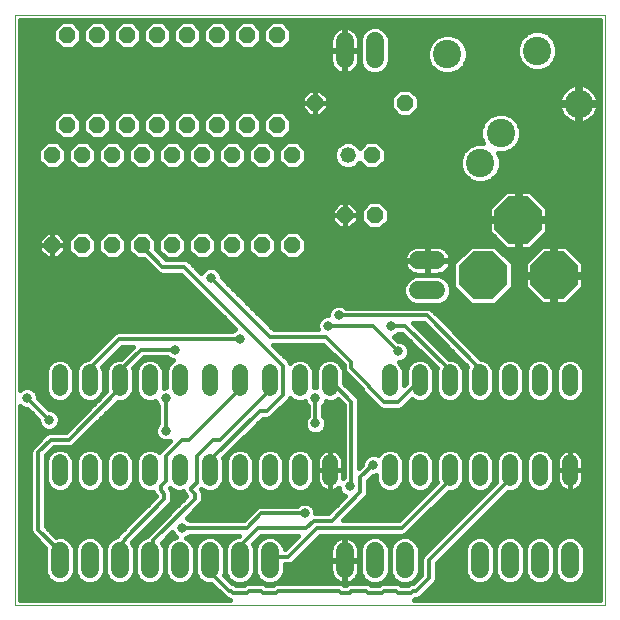
<source format=gbl>
G75*
%MOIN*%
%OFA0B0*%
%FSLAX25Y25*%
%IPPOS*%
%LPD*%
%AMOC8*
5,1,8,0,0,1.08239X$1,22.5*
%
%ADD10C,0.00000*%
%ADD11OC8,0.05200*%
%ADD12C,0.05200*%
%ADD13C,0.05200*%
%ADD14C,0.06000*%
%ADD15C,0.09449*%
%ADD16OC8,0.15748*%
%ADD17C,0.07677*%
%ADD18C,0.01600*%
%ADD19C,0.03600*%
%ADD20C,0.01200*%
%ADD21C,0.03200*%
D10*
X0001800Y0001800D02*
X0001800Y0198650D01*
X0198650Y0198650D01*
X0198650Y0001800D01*
X0001800Y0001800D01*
D11*
X0014300Y0121800D03*
X0024300Y0121800D03*
X0034300Y0121800D03*
X0044300Y0121800D03*
X0054300Y0121800D03*
X0064300Y0121800D03*
X0074300Y0121800D03*
X0084300Y0121800D03*
X0094300Y0121800D03*
X0111800Y0131800D03*
X0121800Y0131800D03*
X0120800Y0151800D03*
X0131800Y0169300D03*
X0101800Y0169300D03*
X0089300Y0161800D03*
X0079300Y0161800D03*
X0069300Y0161800D03*
X0059300Y0161800D03*
X0049300Y0161800D03*
X0039300Y0161800D03*
X0029300Y0161800D03*
X0019300Y0161800D03*
X0014300Y0151800D03*
X0024300Y0151800D03*
X0034300Y0151800D03*
X0044300Y0151800D03*
X0054300Y0151800D03*
X0064300Y0151800D03*
X0074300Y0151800D03*
X0084300Y0151800D03*
X0094300Y0151800D03*
X0089300Y0191800D03*
X0079300Y0191800D03*
X0069300Y0191800D03*
X0059300Y0191800D03*
X0049300Y0191800D03*
X0039300Y0191800D03*
X0029300Y0191800D03*
X0019300Y0191800D03*
D12*
X0112800Y0151800D03*
D13*
X0106800Y0079400D02*
X0106800Y0074200D01*
X0096800Y0074200D02*
X0096800Y0079400D01*
X0086800Y0079400D02*
X0086800Y0074200D01*
X0076800Y0074200D02*
X0076800Y0079400D01*
X0066800Y0079400D02*
X0066800Y0074200D01*
X0056800Y0074200D02*
X0056800Y0079400D01*
X0046800Y0079400D02*
X0046800Y0074200D01*
X0036800Y0074200D02*
X0036800Y0079400D01*
X0026800Y0079400D02*
X0026800Y0074200D01*
X0016800Y0074200D02*
X0016800Y0079400D01*
X0016800Y0049400D02*
X0016800Y0044200D01*
X0026800Y0044200D02*
X0026800Y0049400D01*
X0036800Y0049400D02*
X0036800Y0044200D01*
X0046800Y0044200D02*
X0046800Y0049400D01*
X0056800Y0049400D02*
X0056800Y0044200D01*
X0066800Y0044200D02*
X0066800Y0049400D01*
X0076800Y0049400D02*
X0076800Y0044200D01*
X0086800Y0044200D02*
X0086800Y0049400D01*
X0096800Y0049400D02*
X0096800Y0044200D01*
X0106800Y0044200D02*
X0106800Y0049400D01*
X0126800Y0049400D02*
X0126800Y0044200D01*
X0136800Y0044200D02*
X0136800Y0049400D01*
X0146800Y0049400D02*
X0146800Y0044200D01*
X0156800Y0044200D02*
X0156800Y0049400D01*
X0166800Y0049400D02*
X0166800Y0044200D01*
X0176800Y0044200D02*
X0176800Y0049400D01*
X0186800Y0049400D02*
X0186800Y0044200D01*
X0186800Y0074200D02*
X0186800Y0079400D01*
X0176800Y0079400D02*
X0176800Y0074200D01*
X0166800Y0074200D02*
X0166800Y0079400D01*
X0156800Y0079400D02*
X0156800Y0074200D01*
X0146800Y0074200D02*
X0146800Y0079400D01*
X0136800Y0079400D02*
X0136800Y0074200D01*
X0126800Y0074200D02*
X0126800Y0079400D01*
D14*
X0136300Y0106800D02*
X0142300Y0106800D01*
X0142300Y0116800D02*
X0136300Y0116800D01*
X0121800Y0183800D02*
X0121800Y0189800D01*
X0111800Y0189800D02*
X0111800Y0183800D01*
X0111800Y0019800D02*
X0111800Y0013800D01*
X0121800Y0013800D02*
X0121800Y0019800D01*
X0131800Y0019800D02*
X0131800Y0013800D01*
X0156800Y0013800D02*
X0156800Y0019800D01*
X0166800Y0019800D02*
X0166800Y0013800D01*
X0176800Y0013800D02*
X0176800Y0019800D01*
X0186800Y0019800D02*
X0186800Y0013800D01*
X0086800Y0013800D02*
X0086800Y0019800D01*
X0076800Y0019800D02*
X0076800Y0013800D01*
X0066800Y0013800D02*
X0066800Y0019800D01*
X0056800Y0019800D02*
X0056800Y0013800D01*
X0046800Y0013800D02*
X0046800Y0019800D01*
X0036800Y0019800D02*
X0036800Y0013800D01*
X0026800Y0013800D02*
X0026800Y0019800D01*
X0016800Y0019800D02*
X0016800Y0013800D01*
D15*
X0157036Y0149280D03*
X0163729Y0159123D03*
X0189713Y0168965D03*
X0175934Y0186682D03*
X0146013Y0185501D03*
D16*
X0169674Y0130304D03*
X0157863Y0111800D03*
X0181485Y0111800D03*
D17*
X0181485Y0108650D03*
X0181485Y0114950D03*
X0172824Y0130304D03*
X0166524Y0130304D03*
X0157863Y0114950D03*
X0157863Y0108650D03*
D18*
X0162533Y0102506D02*
X0177098Y0102506D01*
X0177478Y0102126D02*
X0171811Y0107793D01*
X0171811Y0111320D01*
X0176517Y0111320D01*
X0176662Y0111606D01*
X0176804Y0111800D01*
X0176662Y0111994D01*
X0176517Y0112280D01*
X0171811Y0112280D01*
X0171811Y0115807D01*
X0177478Y0121474D01*
X0181005Y0121474D01*
X0181005Y0115429D01*
X0181965Y0115429D01*
X0181965Y0121474D01*
X0185492Y0121474D01*
X0191159Y0115807D01*
X0191159Y0112280D01*
X0186453Y0112280D01*
X0186308Y0111994D01*
X0186166Y0111800D01*
X0186308Y0111606D01*
X0186453Y0111320D01*
X0191159Y0111320D01*
X0191159Y0107793D01*
X0185492Y0102126D01*
X0181965Y0102126D01*
X0181965Y0108171D01*
X0181005Y0108171D01*
X0181005Y0102126D01*
X0177478Y0102126D01*
X0175499Y0104105D02*
X0164132Y0104105D01*
X0165730Y0105703D02*
X0173901Y0105703D01*
X0172302Y0107302D02*
X0167329Y0107302D01*
X0167737Y0107710D02*
X0161953Y0101926D01*
X0153773Y0101926D01*
X0147989Y0107710D01*
X0147989Y0115890D01*
X0153773Y0121674D01*
X0161953Y0121674D01*
X0167737Y0115890D01*
X0167737Y0107710D01*
X0167737Y0108900D02*
X0171811Y0108900D01*
X0171811Y0110499D02*
X0167737Y0110499D01*
X0167737Y0112097D02*
X0176610Y0112097D01*
X0181005Y0112280D02*
X0181005Y0114470D01*
X0181965Y0114470D01*
X0181965Y0112280D01*
X0181005Y0112280D01*
X0181005Y0111320D02*
X0181005Y0109130D01*
X0181965Y0109130D01*
X0181965Y0111320D01*
X0181005Y0111320D01*
X0181005Y0110499D02*
X0181965Y0110499D01*
X0181965Y0113696D02*
X0181005Y0113696D01*
X0181005Y0116893D02*
X0181965Y0116893D01*
X0181965Y0118491D02*
X0181005Y0118491D01*
X0181005Y0120090D02*
X0181965Y0120090D01*
X0176094Y0120090D02*
X0163537Y0120090D01*
X0164608Y0121688D02*
X0098900Y0121688D01*
X0098900Y0120090D02*
X0132802Y0120090D01*
X0132639Y0119927D02*
X0132195Y0119316D01*
X0131852Y0118643D01*
X0131618Y0117924D01*
X0131500Y0117178D01*
X0131500Y0117000D01*
X0139100Y0117000D01*
X0139100Y0121600D01*
X0135922Y0121600D01*
X0135176Y0121482D01*
X0134457Y0121248D01*
X0133784Y0120905D01*
X0133173Y0120461D01*
X0132639Y0119927D01*
X0131803Y0118491D02*
X0097497Y0118491D01*
X0096205Y0117200D02*
X0098900Y0119895D01*
X0098900Y0123705D01*
X0096205Y0126400D01*
X0092395Y0126400D01*
X0089700Y0123705D01*
X0089700Y0119895D01*
X0092395Y0117200D01*
X0096205Y0117200D01*
X0091103Y0118491D02*
X0087497Y0118491D01*
X0086205Y0117200D02*
X0088900Y0119895D01*
X0088900Y0123705D01*
X0086205Y0126400D01*
X0082395Y0126400D01*
X0079700Y0123705D01*
X0079700Y0119895D01*
X0082395Y0117200D01*
X0086205Y0117200D01*
X0088900Y0120090D02*
X0089700Y0120090D01*
X0089700Y0121688D02*
X0088900Y0121688D01*
X0088900Y0123287D02*
X0089700Y0123287D01*
X0090880Y0124885D02*
X0087720Y0124885D01*
X0080880Y0124885D02*
X0077720Y0124885D01*
X0078900Y0123705D02*
X0076205Y0126400D01*
X0072395Y0126400D01*
X0069700Y0123705D01*
X0069700Y0119895D01*
X0072395Y0117200D01*
X0076205Y0117200D01*
X0078900Y0119895D01*
X0078900Y0123705D01*
X0078900Y0123287D02*
X0079700Y0123287D01*
X0079700Y0121688D02*
X0078900Y0121688D01*
X0078900Y0120090D02*
X0079700Y0120090D01*
X0081103Y0118491D02*
X0077497Y0118491D01*
X0071103Y0118491D02*
X0067497Y0118491D01*
X0066205Y0117200D02*
X0068900Y0119895D01*
X0068900Y0123705D01*
X0066205Y0126400D01*
X0062395Y0126400D01*
X0059700Y0123705D01*
X0059700Y0119895D01*
X0062395Y0117200D01*
X0066205Y0117200D01*
X0066484Y0114600D02*
X0065161Y0114052D01*
X0064148Y0113039D01*
X0063940Y0112537D01*
X0060404Y0116073D01*
X0059673Y0116804D01*
X0058717Y0117200D01*
X0052077Y0117200D01*
X0048900Y0120377D01*
X0048900Y0123705D01*
X0046205Y0126400D01*
X0042395Y0126400D01*
X0039700Y0123705D01*
X0039700Y0119895D01*
X0042395Y0117200D01*
X0044723Y0117200D01*
X0049527Y0112396D01*
X0050483Y0112000D01*
X0057123Y0112000D01*
X0075263Y0093860D01*
X0074761Y0093652D01*
X0074309Y0093200D01*
X0036083Y0093200D01*
X0035127Y0092804D01*
X0034396Y0092073D01*
X0026323Y0084000D01*
X0025885Y0084000D01*
X0024194Y0083300D01*
X0022900Y0082006D01*
X0022200Y0080315D01*
X0022200Y0073285D01*
X0022900Y0071594D01*
X0024194Y0070300D01*
X0025885Y0069600D01*
X0027715Y0069600D01*
X0029406Y0070300D01*
X0030700Y0071594D01*
X0031400Y0073285D01*
X0031400Y0080315D01*
X0030988Y0081311D01*
X0037677Y0088000D01*
X0041123Y0088000D01*
X0037123Y0084000D01*
X0035885Y0084000D01*
X0034194Y0083300D01*
X0032900Y0082006D01*
X0032200Y0080315D01*
X0032200Y0073285D01*
X0032261Y0073138D01*
X0018723Y0059600D01*
X0013283Y0059600D01*
X0012327Y0059204D01*
X0008127Y0055004D01*
X0007396Y0054273D01*
X0007000Y0053317D01*
X0007000Y0026483D01*
X0007396Y0025527D01*
X0011896Y0021027D01*
X0011800Y0020795D01*
X0011800Y0012805D01*
X0012561Y0010968D01*
X0013968Y0009561D01*
X0015805Y0008800D01*
X0017795Y0008800D01*
X0019632Y0009561D01*
X0021039Y0010968D01*
X0021800Y0012805D01*
X0022561Y0010968D01*
X0023968Y0009561D01*
X0025805Y0008800D01*
X0027795Y0008800D01*
X0029632Y0009561D01*
X0031039Y0010968D01*
X0031800Y0012805D01*
X0031800Y0020795D01*
X0031039Y0022632D01*
X0029632Y0024039D01*
X0027795Y0024800D01*
X0025805Y0024800D01*
X0023968Y0024039D01*
X0022561Y0022632D01*
X0021800Y0020795D01*
X0021800Y0012805D01*
X0021800Y0020795D01*
X0021039Y0022632D01*
X0019632Y0024039D01*
X0017795Y0024800D01*
X0015805Y0024800D01*
X0015573Y0024704D01*
X0012200Y0028077D01*
X0012200Y0051723D01*
X0014877Y0054400D01*
X0020317Y0054400D01*
X0021273Y0054796D01*
X0022004Y0055527D01*
X0036077Y0069600D01*
X0037715Y0069600D01*
X0039406Y0070300D01*
X0040700Y0071594D01*
X0041400Y0073285D01*
X0041400Y0080315D01*
X0041222Y0080745D01*
X0044877Y0084400D01*
X0052709Y0084400D01*
X0053161Y0083948D01*
X0054460Y0083410D01*
X0054194Y0083300D01*
X0052900Y0082006D01*
X0052200Y0080315D01*
X0052200Y0074400D01*
X0051484Y0074400D01*
X0051400Y0074365D01*
X0051400Y0080315D01*
X0050700Y0082006D01*
X0049406Y0083300D01*
X0047715Y0084000D01*
X0045885Y0084000D01*
X0044194Y0083300D01*
X0042900Y0082006D01*
X0042200Y0080315D01*
X0042200Y0073285D01*
X0042900Y0071594D01*
X0044194Y0070300D01*
X0045885Y0069600D01*
X0047715Y0069600D01*
X0048641Y0069984D01*
X0049148Y0068761D01*
X0049600Y0068309D01*
X0049600Y0062491D01*
X0049148Y0062039D01*
X0048600Y0060716D01*
X0048600Y0059284D01*
X0049148Y0057961D01*
X0050161Y0056948D01*
X0051484Y0056400D01*
X0052916Y0056400D01*
X0053611Y0056688D01*
X0050727Y0053804D01*
X0049996Y0053073D01*
X0049889Y0052816D01*
X0049406Y0053300D01*
X0047715Y0054000D01*
X0045885Y0054000D01*
X0044194Y0053300D01*
X0042900Y0052006D01*
X0042200Y0050315D01*
X0042200Y0043285D01*
X0042900Y0041594D01*
X0044194Y0040300D01*
X0045885Y0039600D01*
X0047715Y0039600D01*
X0047817Y0039642D01*
X0048196Y0038727D01*
X0048823Y0038100D01*
X0036927Y0026204D01*
X0036196Y0025473D01*
X0035917Y0024800D01*
X0035805Y0024800D01*
X0033968Y0024039D01*
X0032561Y0022632D01*
X0031800Y0020795D01*
X0031800Y0012805D01*
X0032561Y0010968D01*
X0033968Y0009561D01*
X0035805Y0008800D01*
X0037795Y0008800D01*
X0039632Y0009561D01*
X0041039Y0010968D01*
X0041800Y0012805D01*
X0042561Y0010968D01*
X0043968Y0009561D01*
X0045805Y0008800D01*
X0047795Y0008800D01*
X0049632Y0009561D01*
X0051039Y0010968D01*
X0051800Y0012805D01*
X0052561Y0010968D01*
X0053968Y0009561D01*
X0055805Y0008800D01*
X0057795Y0008800D01*
X0059632Y0009561D01*
X0061039Y0010968D01*
X0061800Y0012805D01*
X0061800Y0020795D01*
X0061039Y0022632D01*
X0059632Y0024039D01*
X0059021Y0024292D01*
X0059639Y0024548D01*
X0060091Y0025000D01*
X0076523Y0025000D01*
X0076323Y0024800D01*
X0075805Y0024800D01*
X0073968Y0024039D01*
X0072561Y0022632D01*
X0071800Y0020795D01*
X0071800Y0012805D01*
X0072561Y0010968D01*
X0073968Y0009561D01*
X0075805Y0008800D01*
X0077795Y0008800D01*
X0079632Y0009561D01*
X0081039Y0010968D01*
X0081800Y0012805D01*
X0082561Y0010968D01*
X0083968Y0009561D01*
X0085805Y0008800D01*
X0087795Y0008800D01*
X0089632Y0009561D01*
X0091039Y0010968D01*
X0091800Y0012805D01*
X0091800Y0015400D01*
X0093517Y0015400D01*
X0094473Y0015796D01*
X0095204Y0016527D01*
X0103677Y0025000D01*
X0131317Y0025000D01*
X0132273Y0025396D01*
X0133004Y0026127D01*
X0146477Y0039600D01*
X0147715Y0039600D01*
X0149406Y0040300D01*
X0150700Y0041594D01*
X0151400Y0043285D01*
X0151400Y0050315D01*
X0150700Y0052006D01*
X0149406Y0053300D01*
X0147715Y0054000D01*
X0145885Y0054000D01*
X0144194Y0053300D01*
X0142900Y0052006D01*
X0142200Y0050315D01*
X0142200Y0043285D01*
X0142378Y0042855D01*
X0129723Y0030200D01*
X0111277Y0030200D01*
X0119204Y0038127D01*
X0119600Y0039083D01*
X0119600Y0043323D01*
X0121277Y0045000D01*
X0121916Y0045000D01*
X0122200Y0045118D01*
X0122200Y0043285D01*
X0122900Y0041594D01*
X0124194Y0040300D01*
X0125885Y0039600D01*
X0127715Y0039600D01*
X0129406Y0040300D01*
X0130700Y0041594D01*
X0131400Y0043285D01*
X0131400Y0050315D01*
X0130700Y0052006D01*
X0129406Y0053300D01*
X0127715Y0054000D01*
X0125885Y0054000D01*
X0124194Y0053300D01*
X0122900Y0052006D01*
X0122825Y0051824D01*
X0121916Y0052200D01*
X0120484Y0052200D01*
X0119161Y0051652D01*
X0118148Y0050639D01*
X0117600Y0049316D01*
X0117600Y0048677D01*
X0116600Y0047677D01*
X0116600Y0070117D01*
X0116204Y0071073D01*
X0115473Y0071804D01*
X0111400Y0075877D01*
X0111400Y0080315D01*
X0110700Y0082006D01*
X0109406Y0083300D01*
X0107715Y0084000D01*
X0105885Y0084000D01*
X0104194Y0083300D01*
X0102900Y0082006D01*
X0102200Y0080315D01*
X0102200Y0074400D01*
X0101400Y0074400D01*
X0101400Y0080315D01*
X0100700Y0082006D01*
X0099406Y0083300D01*
X0097715Y0084000D01*
X0095885Y0084000D01*
X0094194Y0083300D01*
X0093569Y0082674D01*
X0093404Y0083073D01*
X0087877Y0088600D01*
X0104523Y0088600D01*
X0111400Y0081723D01*
X0111400Y0080483D01*
X0111796Y0079527D01*
X0112527Y0078796D01*
X0117400Y0073923D01*
X0117400Y0073883D01*
X0117796Y0072927D01*
X0118527Y0072196D01*
X0123327Y0067396D01*
X0124283Y0067000D01*
X0130117Y0067000D01*
X0131073Y0067396D01*
X0131804Y0068127D01*
X0131804Y0068127D01*
X0134086Y0070409D01*
X0134194Y0070300D01*
X0135885Y0069600D01*
X0137715Y0069600D01*
X0139406Y0070300D01*
X0140700Y0071594D01*
X0141400Y0073285D01*
X0141400Y0080315D01*
X0140700Y0082006D01*
X0139406Y0083300D01*
X0137715Y0084000D01*
X0135885Y0084000D01*
X0134194Y0083300D01*
X0132900Y0082006D01*
X0132200Y0080315D01*
X0132200Y0075877D01*
X0131400Y0075077D01*
X0131400Y0080315D01*
X0130700Y0082006D01*
X0129905Y0082800D01*
X0130316Y0082800D01*
X0131639Y0083348D01*
X0132652Y0084361D01*
X0133200Y0085684D01*
X0133200Y0087116D01*
X0132652Y0088439D01*
X0131639Y0089452D01*
X0130316Y0090000D01*
X0129677Y0090000D01*
X0128313Y0091364D01*
X0129239Y0091748D01*
X0129691Y0092200D01*
X0130923Y0092200D01*
X0142378Y0080745D01*
X0142200Y0080315D01*
X0142200Y0073285D01*
X0142900Y0071594D01*
X0144194Y0070300D01*
X0145885Y0069600D01*
X0147715Y0069600D01*
X0149406Y0070300D01*
X0150700Y0071594D01*
X0151400Y0073285D01*
X0151400Y0080315D01*
X0150700Y0082006D01*
X0149406Y0083300D01*
X0147715Y0084000D01*
X0146477Y0084000D01*
X0134677Y0095800D01*
X0138123Y0095800D01*
X0152612Y0081311D01*
X0152200Y0080315D01*
X0152200Y0073285D01*
X0152900Y0071594D01*
X0154194Y0070300D01*
X0155885Y0069600D01*
X0157715Y0069600D01*
X0159406Y0070300D01*
X0160700Y0071594D01*
X0161400Y0073285D01*
X0161400Y0080315D01*
X0160700Y0082006D01*
X0159406Y0083300D01*
X0157715Y0084000D01*
X0157277Y0084000D01*
X0141404Y0099873D01*
X0140673Y0100604D01*
X0139717Y0101000D01*
X0112291Y0101000D01*
X0111839Y0101452D01*
X0110516Y0102000D01*
X0109084Y0102000D01*
X0107761Y0101452D01*
X0106748Y0100439D01*
X0106200Y0099116D01*
X0106200Y0098400D01*
X0105484Y0098400D01*
X0104161Y0097852D01*
X0103148Y0096839D01*
X0102600Y0095516D01*
X0102600Y0094084D01*
X0102718Y0093800D01*
X0088077Y0093800D01*
X0070800Y0111077D01*
X0070800Y0111716D01*
X0070252Y0113039D01*
X0069239Y0114052D01*
X0067916Y0114600D01*
X0066484Y0114600D01*
X0064805Y0113696D02*
X0062781Y0113696D01*
X0061183Y0115294D02*
X0131742Y0115294D01*
X0131852Y0114957D02*
X0132195Y0114284D01*
X0132639Y0113673D01*
X0133173Y0113139D01*
X0133784Y0112695D01*
X0134457Y0112352D01*
X0135176Y0112118D01*
X0135922Y0112000D01*
X0139100Y0112000D01*
X0139100Y0116600D01*
X0139500Y0116600D01*
X0139500Y0117000D01*
X0139100Y0117000D01*
X0139100Y0116600D01*
X0131500Y0116600D01*
X0131500Y0116422D01*
X0131618Y0115676D01*
X0131852Y0114957D01*
X0132622Y0113696D02*
X0069595Y0113696D01*
X0070642Y0112097D02*
X0135308Y0112097D01*
X0135305Y0111800D02*
X0133468Y0111039D01*
X0132061Y0109632D01*
X0131300Y0107795D01*
X0131300Y0105805D01*
X0132061Y0103968D01*
X0133468Y0102561D01*
X0135305Y0101800D01*
X0143295Y0101800D01*
X0145132Y0102561D01*
X0146539Y0103968D01*
X0147300Y0105805D01*
X0147300Y0107795D01*
X0146539Y0109632D01*
X0145132Y0111039D01*
X0143295Y0111800D01*
X0135305Y0111800D01*
X0132928Y0110499D02*
X0071378Y0110499D01*
X0072977Y0108900D02*
X0131758Y0108900D01*
X0131300Y0107302D02*
X0074575Y0107302D01*
X0076174Y0105703D02*
X0131342Y0105703D01*
X0132004Y0104105D02*
X0077772Y0104105D01*
X0079371Y0102506D02*
X0133600Y0102506D01*
X0139940Y0100908D02*
X0196850Y0100908D01*
X0196850Y0102506D02*
X0185872Y0102506D01*
X0187471Y0104105D02*
X0196850Y0104105D01*
X0196850Y0105703D02*
X0189069Y0105703D01*
X0190668Y0107302D02*
X0196850Y0107302D01*
X0196850Y0108900D02*
X0191159Y0108900D01*
X0191159Y0110499D02*
X0196850Y0110499D01*
X0196850Y0112097D02*
X0186360Y0112097D01*
X0181965Y0107302D02*
X0181005Y0107302D01*
X0181005Y0105703D02*
X0181965Y0105703D01*
X0181965Y0104105D02*
X0181005Y0104105D01*
X0181005Y0102506D02*
X0181965Y0102506D01*
X0191159Y0113696D02*
X0196850Y0113696D01*
X0196850Y0115294D02*
X0191159Y0115294D01*
X0190073Y0116893D02*
X0196850Y0116893D01*
X0196850Y0118491D02*
X0188475Y0118491D01*
X0186876Y0120090D02*
X0196850Y0120090D01*
X0196850Y0121688D02*
X0174740Y0121688D01*
X0173681Y0120630D02*
X0179348Y0126297D01*
X0179348Y0129824D01*
X0173303Y0129824D01*
X0173303Y0130783D01*
X0179348Y0130783D01*
X0179348Y0134311D01*
X0173681Y0139978D01*
X0170154Y0139978D01*
X0170154Y0135272D01*
X0169868Y0135126D01*
X0169674Y0134985D01*
X0169480Y0135126D01*
X0169194Y0135272D01*
X0169194Y0139978D01*
X0165667Y0139978D01*
X0160000Y0134311D01*
X0160000Y0130783D01*
X0166045Y0130783D01*
X0166045Y0129824D01*
X0160000Y0129824D01*
X0160000Y0126297D01*
X0165667Y0120630D01*
X0169194Y0120630D01*
X0169194Y0125336D01*
X0169480Y0125481D01*
X0169674Y0125623D01*
X0169868Y0125481D01*
X0170154Y0125336D01*
X0170154Y0120630D01*
X0173681Y0120630D01*
X0174495Y0118491D02*
X0165136Y0118491D01*
X0166734Y0116893D02*
X0172897Y0116893D01*
X0171811Y0115294D02*
X0167737Y0115294D01*
X0167737Y0113696D02*
X0171811Y0113696D01*
X0170154Y0121688D02*
X0169194Y0121688D01*
X0169194Y0123287D02*
X0170154Y0123287D01*
X0170154Y0124885D02*
X0169194Y0124885D01*
X0169194Y0129824D02*
X0167004Y0129824D01*
X0167004Y0130783D01*
X0169194Y0130783D01*
X0169194Y0129824D01*
X0170154Y0129824D02*
X0172344Y0129824D01*
X0172344Y0130783D01*
X0170154Y0130783D01*
X0170154Y0129824D01*
X0170154Y0136075D02*
X0169194Y0136075D01*
X0169194Y0137673D02*
X0170154Y0137673D01*
X0170154Y0139272D02*
X0169194Y0139272D01*
X0164961Y0139272D02*
X0003600Y0139272D01*
X0003600Y0140870D02*
X0196850Y0140870D01*
X0196850Y0139272D02*
X0174387Y0139272D01*
X0175986Y0137673D02*
X0196850Y0137673D01*
X0196850Y0136075D02*
X0177584Y0136075D01*
X0179183Y0134476D02*
X0196850Y0134476D01*
X0196850Y0132878D02*
X0179348Y0132878D01*
X0179348Y0131279D02*
X0196850Y0131279D01*
X0196850Y0129681D02*
X0179348Y0129681D01*
X0179348Y0128082D02*
X0196850Y0128082D01*
X0196850Y0126484D02*
X0179348Y0126484D01*
X0177937Y0124885D02*
X0196850Y0124885D01*
X0196850Y0123287D02*
X0176338Y0123287D01*
X0163010Y0123287D02*
X0098900Y0123287D01*
X0097720Y0124885D02*
X0161411Y0124885D01*
X0160000Y0126484D02*
X0003600Y0126484D01*
X0003600Y0128082D02*
X0109295Y0128082D01*
X0109977Y0127400D02*
X0111800Y0127400D01*
X0113623Y0127400D01*
X0116200Y0129977D01*
X0116200Y0131800D01*
X0116200Y0133623D01*
X0113623Y0136200D01*
X0111800Y0136200D01*
X0111800Y0131800D01*
X0116200Y0131800D01*
X0111800Y0131800D01*
X0111800Y0131800D01*
X0111800Y0131800D01*
X0111800Y0127400D01*
X0111800Y0131800D01*
X0111800Y0131800D01*
X0111800Y0131800D01*
X0107400Y0131800D01*
X0107400Y0133623D01*
X0109977Y0136200D01*
X0111800Y0136200D01*
X0111800Y0131800D01*
X0107400Y0131800D01*
X0107400Y0129977D01*
X0109977Y0127400D01*
X0111800Y0128082D02*
X0111800Y0128082D01*
X0111800Y0129681D02*
X0111800Y0129681D01*
X0111800Y0131279D02*
X0111800Y0131279D01*
X0111800Y0132878D02*
X0111800Y0132878D01*
X0111800Y0134476D02*
X0111800Y0134476D01*
X0111800Y0136075D02*
X0111800Y0136075D01*
X0113748Y0136075D02*
X0119570Y0136075D01*
X0119895Y0136400D02*
X0117200Y0133705D01*
X0117200Y0129895D01*
X0119895Y0127200D01*
X0123705Y0127200D01*
X0126400Y0129895D01*
X0126400Y0133705D01*
X0123705Y0136400D01*
X0119895Y0136400D01*
X0117971Y0134476D02*
X0115346Y0134476D01*
X0116200Y0132878D02*
X0117200Y0132878D01*
X0117200Y0131279D02*
X0116200Y0131279D01*
X0115903Y0129681D02*
X0117414Y0129681D01*
X0119012Y0128082D02*
X0114305Y0128082D01*
X0107697Y0129681D02*
X0003600Y0129681D01*
X0003600Y0131279D02*
X0107400Y0131279D01*
X0107400Y0132878D02*
X0003600Y0132878D01*
X0003600Y0134476D02*
X0108254Y0134476D01*
X0109852Y0136075D02*
X0003600Y0136075D01*
X0003600Y0137673D02*
X0163362Y0137673D01*
X0161764Y0136075D02*
X0124030Y0136075D01*
X0125629Y0134476D02*
X0160165Y0134476D01*
X0160000Y0132878D02*
X0126400Y0132878D01*
X0126400Y0131279D02*
X0160000Y0131279D01*
X0160000Y0129681D02*
X0126186Y0129681D01*
X0124588Y0128082D02*
X0160000Y0128082D01*
X0152189Y0120090D02*
X0145798Y0120090D01*
X0145961Y0119927D02*
X0145427Y0120461D01*
X0144816Y0120905D01*
X0144143Y0121248D01*
X0143424Y0121482D01*
X0142678Y0121600D01*
X0139500Y0121600D01*
X0139500Y0117000D01*
X0147100Y0117000D01*
X0147100Y0117178D01*
X0146982Y0117924D01*
X0146748Y0118643D01*
X0146405Y0119316D01*
X0145961Y0119927D01*
X0146797Y0118491D02*
X0150590Y0118491D01*
X0148992Y0116893D02*
X0139500Y0116893D01*
X0139500Y0116600D02*
X0147100Y0116600D01*
X0147100Y0116422D01*
X0146982Y0115676D01*
X0146748Y0114957D01*
X0146405Y0114284D01*
X0145961Y0113673D01*
X0145427Y0113139D01*
X0144816Y0112695D01*
X0144143Y0112352D01*
X0143424Y0112118D01*
X0142678Y0112000D01*
X0139500Y0112000D01*
X0139500Y0116600D01*
X0139100Y0116893D02*
X0059459Y0116893D01*
X0060404Y0116073D02*
X0060404Y0116073D01*
X0061103Y0118491D02*
X0057497Y0118491D01*
X0056205Y0117200D02*
X0058900Y0119895D01*
X0058900Y0123705D01*
X0056205Y0126400D01*
X0052395Y0126400D01*
X0049700Y0123705D01*
X0049700Y0119895D01*
X0052395Y0117200D01*
X0056205Y0117200D01*
X0058900Y0120090D02*
X0059700Y0120090D01*
X0059700Y0121688D02*
X0058900Y0121688D01*
X0058900Y0123287D02*
X0059700Y0123287D01*
X0060880Y0124885D02*
X0057720Y0124885D01*
X0050880Y0124885D02*
X0047720Y0124885D01*
X0048900Y0123287D02*
X0049700Y0123287D01*
X0049700Y0121688D02*
X0048900Y0121688D01*
X0049187Y0120090D02*
X0049700Y0120090D01*
X0050786Y0118491D02*
X0051103Y0118491D01*
X0046629Y0115294D02*
X0003600Y0115294D01*
X0003600Y0113696D02*
X0048227Y0113696D01*
X0050248Y0112097D02*
X0003600Y0112097D01*
X0003600Y0110499D02*
X0058624Y0110499D01*
X0060223Y0108900D02*
X0003600Y0108900D01*
X0003600Y0107302D02*
X0061821Y0107302D01*
X0063420Y0105703D02*
X0003600Y0105703D01*
X0003600Y0104105D02*
X0065018Y0104105D01*
X0066617Y0102506D02*
X0003600Y0102506D01*
X0003600Y0100908D02*
X0068215Y0100908D01*
X0069814Y0099309D02*
X0003600Y0099309D01*
X0003600Y0097711D02*
X0071412Y0097711D01*
X0073011Y0096112D02*
X0003600Y0096112D01*
X0003600Y0094514D02*
X0074609Y0094514D01*
X0080969Y0100908D02*
X0107217Y0100908D01*
X0106280Y0099309D02*
X0082568Y0099309D01*
X0084166Y0097711D02*
X0104020Y0097711D01*
X0102847Y0096112D02*
X0085765Y0096112D01*
X0087363Y0094514D02*
X0102600Y0094514D01*
X0105003Y0088120D02*
X0088357Y0088120D01*
X0089956Y0086521D02*
X0106602Y0086521D01*
X0108200Y0084923D02*
X0091554Y0084923D01*
X0093153Y0083324D02*
X0094253Y0083324D01*
X0099347Y0083324D02*
X0104253Y0083324D01*
X0102784Y0081726D02*
X0100816Y0081726D01*
X0101400Y0080127D02*
X0102200Y0080127D01*
X0102200Y0078529D02*
X0101400Y0078529D01*
X0101400Y0076930D02*
X0102200Y0076930D01*
X0102200Y0075332D02*
X0101400Y0075332D01*
X0098471Y0069913D02*
X0098948Y0068761D01*
X0099400Y0068309D01*
X0099400Y0064891D01*
X0098948Y0064439D01*
X0098400Y0063116D01*
X0098400Y0061684D01*
X0098948Y0060361D01*
X0099961Y0059348D01*
X0101284Y0058800D01*
X0102716Y0058800D01*
X0104039Y0059348D01*
X0105052Y0060361D01*
X0105600Y0061684D01*
X0105600Y0063116D01*
X0105052Y0064439D01*
X0104600Y0064891D01*
X0104600Y0068309D01*
X0105052Y0068761D01*
X0105471Y0069772D01*
X0105885Y0069600D01*
X0107715Y0069600D01*
X0109406Y0070300D01*
X0109514Y0070409D01*
X0111400Y0068523D01*
X0111400Y0044468D01*
X0111361Y0044452D01*
X0111200Y0044291D01*
X0111200Y0046800D01*
X0111200Y0049746D01*
X0111092Y0050430D01*
X0110878Y0051089D01*
X0110563Y0051706D01*
X0110156Y0052266D01*
X0109666Y0052756D01*
X0109106Y0053163D01*
X0108489Y0053478D01*
X0107830Y0053692D01*
X0107146Y0053800D01*
X0106800Y0053800D01*
X0106800Y0046800D01*
X0111200Y0046800D01*
X0106800Y0046800D01*
X0106800Y0046800D01*
X0106800Y0046800D01*
X0106800Y0039800D01*
X0107146Y0039800D01*
X0107830Y0039908D01*
X0108489Y0040122D01*
X0109106Y0040437D01*
X0109666Y0040844D01*
X0109800Y0040977D01*
X0109800Y0040684D01*
X0110348Y0039361D01*
X0111361Y0038348D01*
X0111863Y0038140D01*
X0106323Y0032600D01*
X0102000Y0032600D01*
X0102000Y0033116D01*
X0101452Y0034439D01*
X0100439Y0035452D01*
X0099116Y0036000D01*
X0097684Y0036000D01*
X0096361Y0035452D01*
X0095909Y0035000D01*
X0083483Y0035000D01*
X0082527Y0034604D01*
X0081796Y0033873D01*
X0078123Y0030200D01*
X0060091Y0030200D01*
X0059639Y0030652D01*
X0059137Y0030860D01*
X0064004Y0035727D01*
X0064400Y0036683D01*
X0064400Y0039517D01*
X0064004Y0040473D01*
X0063977Y0040500D01*
X0063986Y0040509D01*
X0064194Y0040300D01*
X0065885Y0039600D01*
X0067715Y0039600D01*
X0069406Y0040300D01*
X0070700Y0041594D01*
X0071400Y0043285D01*
X0071400Y0050315D01*
X0071222Y0050745D01*
X0084477Y0064000D01*
X0086317Y0064000D01*
X0087273Y0064396D01*
X0093404Y0070527D01*
X0093569Y0070925D01*
X0094194Y0070300D01*
X0095885Y0069600D01*
X0097715Y0069600D01*
X0098471Y0069913D01*
X0098875Y0068937D02*
X0091814Y0068937D01*
X0093408Y0070536D02*
X0093959Y0070536D01*
X0090216Y0067339D02*
X0099400Y0067339D01*
X0099400Y0065740D02*
X0088617Y0065740D01*
X0086660Y0064142D02*
X0098825Y0064142D01*
X0098400Y0062543D02*
X0083020Y0062543D01*
X0081422Y0060945D02*
X0098706Y0060945D01*
X0099965Y0059346D02*
X0079823Y0059346D01*
X0078225Y0057748D02*
X0111400Y0057748D01*
X0111400Y0059346D02*
X0104035Y0059346D01*
X0105294Y0060945D02*
X0111400Y0060945D01*
X0111400Y0062543D02*
X0105600Y0062543D01*
X0105175Y0064142D02*
X0111400Y0064142D01*
X0111400Y0065740D02*
X0104600Y0065740D01*
X0104600Y0067339D02*
X0111400Y0067339D01*
X0110986Y0068937D02*
X0105125Y0068937D01*
X0111945Y0075332D02*
X0115992Y0075332D01*
X0117462Y0073733D02*
X0113544Y0073733D01*
X0115142Y0072134D02*
X0118589Y0072134D01*
X0120187Y0070536D02*
X0116427Y0070536D01*
X0116600Y0068937D02*
X0121786Y0068937D01*
X0123464Y0067339D02*
X0116600Y0067339D01*
X0116600Y0065740D02*
X0196850Y0065740D01*
X0196850Y0064142D02*
X0116600Y0064142D01*
X0116600Y0062543D02*
X0196850Y0062543D01*
X0196850Y0060945D02*
X0116600Y0060945D01*
X0116600Y0059346D02*
X0196850Y0059346D01*
X0196850Y0057748D02*
X0116600Y0057748D01*
X0116600Y0056149D02*
X0196850Y0056149D01*
X0196850Y0054551D02*
X0116600Y0054551D01*
X0116600Y0052952D02*
X0123847Y0052952D01*
X0129753Y0052952D02*
X0133847Y0052952D01*
X0134194Y0053300D02*
X0132900Y0052006D01*
X0132200Y0050315D01*
X0132200Y0043285D01*
X0132900Y0041594D01*
X0134194Y0040300D01*
X0135885Y0039600D01*
X0137715Y0039600D01*
X0139406Y0040300D01*
X0140700Y0041594D01*
X0141400Y0043285D01*
X0141400Y0050315D01*
X0140700Y0052006D01*
X0139406Y0053300D01*
X0137715Y0054000D01*
X0135885Y0054000D01*
X0134194Y0053300D01*
X0132630Y0051354D02*
X0130970Y0051354D01*
X0131400Y0049755D02*
X0132200Y0049755D01*
X0132200Y0048157D02*
X0131400Y0048157D01*
X0131400Y0046558D02*
X0132200Y0046558D01*
X0132200Y0044960D02*
X0131400Y0044960D01*
X0131400Y0043361D02*
X0132200Y0043361D01*
X0132831Y0041763D02*
X0130769Y0041763D01*
X0129077Y0040164D02*
X0134523Y0040164D01*
X0138089Y0038566D02*
X0119386Y0038566D01*
X0119600Y0040164D02*
X0124523Y0040164D01*
X0122831Y0041763D02*
X0119600Y0041763D01*
X0119638Y0043361D02*
X0122200Y0043361D01*
X0122200Y0044960D02*
X0121237Y0044960D01*
X0117080Y0048157D02*
X0116600Y0048157D01*
X0116600Y0049755D02*
X0117782Y0049755D01*
X0118863Y0051354D02*
X0116600Y0051354D01*
X0111400Y0051354D02*
X0110743Y0051354D01*
X0111199Y0049755D02*
X0111400Y0049755D01*
X0111400Y0048157D02*
X0111200Y0048157D01*
X0111200Y0046558D02*
X0111400Y0046558D01*
X0111400Y0044960D02*
X0111200Y0044960D01*
X0106800Y0044960D02*
X0106800Y0044960D01*
X0106800Y0046558D02*
X0106800Y0046558D01*
X0106800Y0046800D02*
X0106800Y0046800D01*
X0106800Y0046800D01*
X0102400Y0046800D01*
X0102400Y0049746D01*
X0102508Y0050430D01*
X0102722Y0051089D01*
X0103037Y0051706D01*
X0103444Y0052266D01*
X0103934Y0052756D01*
X0104494Y0053163D01*
X0105111Y0053478D01*
X0105770Y0053692D01*
X0106454Y0053800D01*
X0106800Y0053800D01*
X0106800Y0046800D01*
X0106800Y0039800D01*
X0106454Y0039800D01*
X0105770Y0039908D01*
X0105111Y0040122D01*
X0104494Y0040437D01*
X0103934Y0040844D01*
X0103444Y0041334D01*
X0103037Y0041894D01*
X0102722Y0042511D01*
X0102508Y0043170D01*
X0102400Y0043854D01*
X0102400Y0046800D01*
X0106800Y0046800D01*
X0106800Y0048157D02*
X0106800Y0048157D01*
X0106800Y0049755D02*
X0106800Y0049755D01*
X0106800Y0051354D02*
X0106800Y0051354D01*
X0106800Y0052952D02*
X0106800Y0052952D01*
X0104204Y0052952D02*
X0099753Y0052952D01*
X0099406Y0053300D02*
X0100700Y0052006D01*
X0101400Y0050315D01*
X0101400Y0043285D01*
X0100700Y0041594D01*
X0099406Y0040300D01*
X0097715Y0039600D01*
X0095885Y0039600D01*
X0094194Y0040300D01*
X0092900Y0041594D01*
X0092200Y0043285D01*
X0092200Y0050315D01*
X0092900Y0052006D01*
X0094194Y0053300D01*
X0095885Y0054000D01*
X0097715Y0054000D01*
X0099406Y0053300D01*
X0100970Y0051354D02*
X0102857Y0051354D01*
X0102401Y0049755D02*
X0101400Y0049755D01*
X0101400Y0048157D02*
X0102400Y0048157D01*
X0102400Y0046558D02*
X0101400Y0046558D01*
X0101400Y0044960D02*
X0102400Y0044960D01*
X0102478Y0043361D02*
X0101400Y0043361D01*
X0100769Y0041763D02*
X0103132Y0041763D01*
X0105029Y0040164D02*
X0099077Y0040164D01*
X0094523Y0040164D02*
X0089077Y0040164D01*
X0089406Y0040300D02*
X0090700Y0041594D01*
X0091400Y0043285D01*
X0091400Y0050315D01*
X0090700Y0052006D01*
X0089406Y0053300D01*
X0087715Y0054000D01*
X0085885Y0054000D01*
X0084194Y0053300D01*
X0082900Y0052006D01*
X0082200Y0050315D01*
X0082200Y0043285D01*
X0082900Y0041594D01*
X0084194Y0040300D01*
X0085885Y0039600D01*
X0087715Y0039600D01*
X0089406Y0040300D01*
X0090769Y0041763D02*
X0092831Y0041763D01*
X0092200Y0043361D02*
X0091400Y0043361D01*
X0091400Y0044960D02*
X0092200Y0044960D01*
X0092200Y0046558D02*
X0091400Y0046558D01*
X0091400Y0048157D02*
X0092200Y0048157D01*
X0092200Y0049755D02*
X0091400Y0049755D01*
X0090970Y0051354D02*
X0092630Y0051354D01*
X0093847Y0052952D02*
X0089753Y0052952D01*
X0083847Y0052952D02*
X0079753Y0052952D01*
X0079406Y0053300D02*
X0077715Y0054000D01*
X0075885Y0054000D01*
X0074194Y0053300D01*
X0072900Y0052006D01*
X0072200Y0050315D01*
X0072200Y0043285D01*
X0072900Y0041594D01*
X0074194Y0040300D01*
X0075885Y0039600D01*
X0077715Y0039600D01*
X0079406Y0040300D01*
X0080700Y0041594D01*
X0081400Y0043285D01*
X0081400Y0050315D01*
X0080700Y0052006D01*
X0079406Y0053300D01*
X0080970Y0051354D02*
X0082630Y0051354D01*
X0082200Y0049755D02*
X0081400Y0049755D01*
X0081400Y0048157D02*
X0082200Y0048157D01*
X0082200Y0046558D02*
X0081400Y0046558D01*
X0081400Y0044960D02*
X0082200Y0044960D01*
X0082200Y0043361D02*
X0081400Y0043361D01*
X0080769Y0041763D02*
X0082831Y0041763D01*
X0084523Y0040164D02*
X0079077Y0040164D01*
X0074523Y0040164D02*
X0069077Y0040164D01*
X0070769Y0041763D02*
X0072831Y0041763D01*
X0072200Y0043361D02*
X0071400Y0043361D01*
X0071400Y0044960D02*
X0072200Y0044960D01*
X0072200Y0046558D02*
X0071400Y0046558D01*
X0071400Y0048157D02*
X0072200Y0048157D01*
X0072200Y0049755D02*
X0071400Y0049755D01*
X0071831Y0051354D02*
X0072630Y0051354D01*
X0073429Y0052952D02*
X0073847Y0052952D01*
X0075028Y0054551D02*
X0111400Y0054551D01*
X0111400Y0056149D02*
X0076626Y0056149D01*
X0064523Y0040164D02*
X0064132Y0040164D01*
X0064400Y0038566D02*
X0111143Y0038566D01*
X0110690Y0036967D02*
X0064400Y0036967D01*
X0063646Y0035369D02*
X0096278Y0035369D01*
X0100522Y0035369D02*
X0109092Y0035369D01*
X0107493Y0033770D02*
X0101729Y0033770D01*
X0106800Y0040164D02*
X0106800Y0040164D01*
X0106800Y0041763D02*
X0106800Y0041763D01*
X0106800Y0043361D02*
X0106800Y0043361D01*
X0108571Y0040164D02*
X0110015Y0040164D01*
X0116446Y0035369D02*
X0134892Y0035369D01*
X0136490Y0036967D02*
X0118044Y0036967D01*
X0114847Y0033770D02*
X0133293Y0033770D01*
X0131695Y0032172D02*
X0113249Y0032172D01*
X0111650Y0030573D02*
X0130096Y0030573D01*
X0134253Y0027376D02*
X0146699Y0027376D01*
X0145101Y0025778D02*
X0132655Y0025778D01*
X0132795Y0024800D02*
X0130805Y0024800D01*
X0128968Y0024039D01*
X0127561Y0022632D01*
X0126800Y0020795D01*
X0126800Y0012805D01*
X0127561Y0010968D01*
X0128968Y0009561D01*
X0130805Y0008800D01*
X0132795Y0008800D01*
X0134632Y0009561D01*
X0136039Y0010968D01*
X0136800Y0012805D01*
X0136800Y0020795D01*
X0136039Y0022632D01*
X0134632Y0024039D01*
X0132795Y0024800D01*
X0134293Y0024179D02*
X0143502Y0024179D01*
X0141904Y0022581D02*
X0136060Y0022581D01*
X0136722Y0020982D02*
X0140305Y0020982D01*
X0138707Y0019384D02*
X0136800Y0019384D01*
X0137596Y0018273D02*
X0137200Y0017317D01*
X0137200Y0011877D01*
X0134523Y0009200D01*
X0133883Y0009200D01*
X0132927Y0008804D01*
X0132723Y0008600D01*
X0130677Y0008600D01*
X0130473Y0008804D01*
X0129517Y0009200D01*
X0124283Y0009200D01*
X0123327Y0008804D01*
X0123123Y0008600D01*
X0120477Y0008600D01*
X0120273Y0008804D01*
X0119317Y0009200D01*
X0113483Y0009200D01*
X0112527Y0008804D01*
X0112323Y0008600D01*
X0111477Y0008600D01*
X0111273Y0008804D01*
X0110317Y0009200D01*
X0088883Y0009200D01*
X0087927Y0008804D01*
X0087723Y0008600D01*
X0085677Y0008600D01*
X0085473Y0008804D01*
X0084517Y0009200D01*
X0079283Y0009200D01*
X0078327Y0008804D01*
X0078123Y0008600D01*
X0075477Y0008600D01*
X0075273Y0008804D01*
X0074317Y0009200D01*
X0074277Y0009200D01*
X0071469Y0012007D01*
X0071800Y0012805D01*
X0071800Y0020795D01*
X0071039Y0022632D01*
X0069632Y0024039D01*
X0067795Y0024800D01*
X0065805Y0024800D01*
X0063968Y0024039D01*
X0062561Y0022632D01*
X0061800Y0020795D01*
X0061800Y0012805D01*
X0062561Y0010968D01*
X0063968Y0009561D01*
X0065805Y0008800D01*
X0067323Y0008800D01*
X0071727Y0004396D01*
X0072683Y0004000D01*
X0072723Y0004000D01*
X0072927Y0003796D01*
X0073400Y0003600D01*
X0003600Y0003600D01*
X0003600Y0068109D01*
X0003961Y0067748D01*
X0005284Y0067200D01*
X0005923Y0067200D01*
X0009600Y0063523D01*
X0009600Y0062884D01*
X0010148Y0061561D01*
X0011161Y0060548D01*
X0012484Y0060000D01*
X0013916Y0060000D01*
X0015239Y0060548D01*
X0016252Y0061561D01*
X0016800Y0062884D01*
X0016800Y0064316D01*
X0016252Y0065639D01*
X0015239Y0066652D01*
X0013916Y0067200D01*
X0013277Y0067200D01*
X0009600Y0070877D01*
X0009600Y0071516D01*
X0009052Y0072839D01*
X0008039Y0073852D01*
X0006716Y0074400D01*
X0005284Y0074400D01*
X0003961Y0073852D01*
X0003600Y0073491D01*
X0003600Y0196850D01*
X0196850Y0196850D01*
X0196850Y0003600D01*
X0134800Y0003600D01*
X0135273Y0003796D01*
X0135477Y0004000D01*
X0136117Y0004000D01*
X0137073Y0004396D01*
X0137804Y0005127D01*
X0142004Y0009327D01*
X0142400Y0010283D01*
X0142400Y0015723D01*
X0166277Y0039600D01*
X0167715Y0039600D01*
X0169406Y0040300D01*
X0170700Y0041594D01*
X0171400Y0043285D01*
X0171400Y0050315D01*
X0170700Y0052006D01*
X0169406Y0053300D01*
X0167715Y0054000D01*
X0165885Y0054000D01*
X0164194Y0053300D01*
X0162900Y0052006D01*
X0162200Y0050315D01*
X0162200Y0043285D01*
X0162320Y0042996D01*
X0138327Y0019004D01*
X0137596Y0018273D01*
X0137394Y0017785D02*
X0136800Y0017785D01*
X0136800Y0016187D02*
X0137200Y0016187D01*
X0137200Y0014588D02*
X0136800Y0014588D01*
X0136800Y0012990D02*
X0137200Y0012990D01*
X0136714Y0011391D02*
X0136214Y0011391D01*
X0135116Y0009793D02*
X0134864Y0009793D01*
X0139272Y0006596D02*
X0196850Y0006596D01*
X0196850Y0008194D02*
X0140871Y0008194D01*
X0142197Y0009793D02*
X0153736Y0009793D01*
X0153968Y0009561D02*
X0152561Y0010968D01*
X0151800Y0012805D01*
X0151800Y0020795D01*
X0152561Y0022632D01*
X0153968Y0024039D01*
X0155805Y0024800D01*
X0157795Y0024800D01*
X0159632Y0024039D01*
X0161039Y0022632D01*
X0161800Y0020795D01*
X0162561Y0022632D01*
X0163968Y0024039D01*
X0165805Y0024800D01*
X0167795Y0024800D01*
X0169632Y0024039D01*
X0171039Y0022632D01*
X0171800Y0020795D01*
X0172561Y0022632D01*
X0173968Y0024039D01*
X0175805Y0024800D01*
X0177795Y0024800D01*
X0179632Y0024039D01*
X0181039Y0022632D01*
X0181800Y0020795D01*
X0182561Y0022632D01*
X0183968Y0024039D01*
X0185805Y0024800D01*
X0187795Y0024800D01*
X0189632Y0024039D01*
X0191039Y0022632D01*
X0191800Y0020795D01*
X0191800Y0012805D01*
X0191039Y0010968D01*
X0189632Y0009561D01*
X0187795Y0008800D01*
X0185805Y0008800D01*
X0183968Y0009561D01*
X0182561Y0010968D01*
X0181800Y0012805D01*
X0181800Y0020795D01*
X0181800Y0012805D01*
X0181039Y0010968D01*
X0179632Y0009561D01*
X0177795Y0008800D01*
X0175805Y0008800D01*
X0173968Y0009561D01*
X0172561Y0010968D01*
X0171800Y0012805D01*
X0171800Y0020795D01*
X0171800Y0012805D01*
X0171039Y0010968D01*
X0169632Y0009561D01*
X0167795Y0008800D01*
X0165805Y0008800D01*
X0163968Y0009561D01*
X0162561Y0010968D01*
X0161800Y0012805D01*
X0161800Y0020795D01*
X0161800Y0012805D01*
X0161039Y0010968D01*
X0159632Y0009561D01*
X0157795Y0008800D01*
X0155805Y0008800D01*
X0153968Y0009561D01*
X0152386Y0011391D02*
X0142400Y0011391D01*
X0142400Y0012990D02*
X0151800Y0012990D01*
X0151800Y0014588D02*
X0142400Y0014588D01*
X0142864Y0016187D02*
X0151800Y0016187D01*
X0151800Y0017785D02*
X0144462Y0017785D01*
X0146061Y0019384D02*
X0151800Y0019384D01*
X0151878Y0020982D02*
X0147659Y0020982D01*
X0149258Y0022581D02*
X0152540Y0022581D01*
X0150856Y0024179D02*
X0154307Y0024179D01*
X0152455Y0025778D02*
X0196850Y0025778D01*
X0196850Y0027376D02*
X0154053Y0027376D01*
X0155652Y0028975D02*
X0196850Y0028975D01*
X0196850Y0030573D02*
X0157250Y0030573D01*
X0158849Y0032172D02*
X0196850Y0032172D01*
X0196850Y0033770D02*
X0160447Y0033770D01*
X0162046Y0035369D02*
X0196850Y0035369D01*
X0196850Y0036967D02*
X0163644Y0036967D01*
X0165243Y0038566D02*
X0196850Y0038566D01*
X0196850Y0040164D02*
X0188571Y0040164D01*
X0188489Y0040122D02*
X0189106Y0040437D01*
X0189666Y0040844D01*
X0190156Y0041334D01*
X0190563Y0041894D01*
X0190878Y0042511D01*
X0191092Y0043170D01*
X0191200Y0043854D01*
X0191200Y0046800D01*
X0191200Y0049746D01*
X0191092Y0050430D01*
X0190878Y0051089D01*
X0190563Y0051706D01*
X0190156Y0052266D01*
X0189666Y0052756D01*
X0189106Y0053163D01*
X0188489Y0053478D01*
X0187830Y0053692D01*
X0187146Y0053800D01*
X0186800Y0053800D01*
X0186800Y0046800D01*
X0191200Y0046800D01*
X0186800Y0046800D01*
X0186800Y0046800D01*
X0186800Y0046800D01*
X0186800Y0039800D01*
X0187146Y0039800D01*
X0187830Y0039908D01*
X0188489Y0040122D01*
X0186800Y0040164D02*
X0186800Y0040164D01*
X0186800Y0039800D02*
X0186800Y0046800D01*
X0186800Y0046800D01*
X0186800Y0046800D01*
X0182400Y0046800D01*
X0182400Y0049746D01*
X0182508Y0050430D01*
X0182722Y0051089D01*
X0183037Y0051706D01*
X0183444Y0052266D01*
X0183934Y0052756D01*
X0184494Y0053163D01*
X0185111Y0053478D01*
X0185770Y0053692D01*
X0186454Y0053800D01*
X0186800Y0053800D01*
X0186800Y0046800D01*
X0182400Y0046800D01*
X0182400Y0043854D01*
X0182508Y0043170D01*
X0182722Y0042511D01*
X0183037Y0041894D01*
X0183444Y0041334D01*
X0183934Y0040844D01*
X0184494Y0040437D01*
X0185111Y0040122D01*
X0185770Y0039908D01*
X0186454Y0039800D01*
X0186800Y0039800D01*
X0185029Y0040164D02*
X0179077Y0040164D01*
X0179406Y0040300D02*
X0180700Y0041594D01*
X0181400Y0043285D01*
X0181400Y0050315D01*
X0180700Y0052006D01*
X0179406Y0053300D01*
X0177715Y0054000D01*
X0175885Y0054000D01*
X0174194Y0053300D01*
X0172900Y0052006D01*
X0172200Y0050315D01*
X0172200Y0043285D01*
X0172900Y0041594D01*
X0174194Y0040300D01*
X0175885Y0039600D01*
X0177715Y0039600D01*
X0179406Y0040300D01*
X0180769Y0041763D02*
X0183132Y0041763D01*
X0182478Y0043361D02*
X0181400Y0043361D01*
X0181400Y0044960D02*
X0182400Y0044960D01*
X0182400Y0046558D02*
X0181400Y0046558D01*
X0181400Y0048157D02*
X0182400Y0048157D01*
X0182401Y0049755D02*
X0181400Y0049755D01*
X0180970Y0051354D02*
X0182857Y0051354D01*
X0184204Y0052952D02*
X0179753Y0052952D01*
X0173847Y0052952D02*
X0169753Y0052952D01*
X0170970Y0051354D02*
X0172630Y0051354D01*
X0172200Y0049755D02*
X0171400Y0049755D01*
X0171400Y0048157D02*
X0172200Y0048157D01*
X0172200Y0046558D02*
X0171400Y0046558D01*
X0171400Y0044960D02*
X0172200Y0044960D01*
X0172200Y0043361D02*
X0171400Y0043361D01*
X0170769Y0041763D02*
X0172831Y0041763D01*
X0174523Y0040164D02*
X0169077Y0040164D01*
X0162200Y0043361D02*
X0161400Y0043361D01*
X0161400Y0043285D02*
X0161400Y0050315D01*
X0160700Y0052006D01*
X0159406Y0053300D01*
X0157715Y0054000D01*
X0155885Y0054000D01*
X0154194Y0053300D01*
X0152900Y0052006D01*
X0152200Y0050315D01*
X0152200Y0043285D01*
X0152900Y0041594D01*
X0154194Y0040300D01*
X0155885Y0039600D01*
X0157715Y0039600D01*
X0159406Y0040300D01*
X0160700Y0041594D01*
X0161400Y0043285D01*
X0161086Y0041763D02*
X0160769Y0041763D01*
X0159487Y0040164D02*
X0159077Y0040164D01*
X0157889Y0038566D02*
X0145443Y0038566D01*
X0143844Y0036967D02*
X0156290Y0036967D01*
X0154692Y0035369D02*
X0142246Y0035369D01*
X0140647Y0033770D02*
X0153093Y0033770D01*
X0151495Y0032172D02*
X0139049Y0032172D01*
X0137450Y0030573D02*
X0149896Y0030573D01*
X0148298Y0028975D02*
X0135852Y0028975D01*
X0129307Y0024179D02*
X0124293Y0024179D01*
X0124632Y0024039D02*
X0122795Y0024800D01*
X0120805Y0024800D01*
X0118968Y0024039D01*
X0117561Y0022632D01*
X0116800Y0020795D01*
X0116800Y0012805D01*
X0117561Y0010968D01*
X0118968Y0009561D01*
X0120805Y0008800D01*
X0122795Y0008800D01*
X0124632Y0009561D01*
X0126039Y0010968D01*
X0126800Y0012805D01*
X0126800Y0020795D01*
X0126039Y0022632D01*
X0124632Y0024039D01*
X0126060Y0022581D02*
X0127540Y0022581D01*
X0126878Y0020982D02*
X0126722Y0020982D01*
X0126800Y0019384D02*
X0126800Y0019384D01*
X0126800Y0017785D02*
X0126800Y0017785D01*
X0126800Y0016187D02*
X0126800Y0016187D01*
X0126800Y0014588D02*
X0126800Y0014588D01*
X0126800Y0012990D02*
X0126800Y0012990D01*
X0126214Y0011391D02*
X0127386Y0011391D01*
X0128736Y0009793D02*
X0124864Y0009793D01*
X0118736Y0009793D02*
X0114450Y0009793D01*
X0114316Y0009695D02*
X0114927Y0010139D01*
X0115461Y0010673D01*
X0115905Y0011284D01*
X0116248Y0011957D01*
X0116482Y0012676D01*
X0116600Y0013422D01*
X0116600Y0016600D01*
X0112000Y0016600D01*
X0112000Y0017000D01*
X0116600Y0017000D01*
X0116600Y0020178D01*
X0116482Y0020924D01*
X0116248Y0021643D01*
X0115905Y0022316D01*
X0115461Y0022927D01*
X0114927Y0023461D01*
X0114316Y0023905D01*
X0113643Y0024248D01*
X0112924Y0024482D01*
X0112178Y0024600D01*
X0112000Y0024600D01*
X0112000Y0017000D01*
X0111600Y0017000D01*
X0111600Y0024600D01*
X0111422Y0024600D01*
X0110676Y0024482D01*
X0109957Y0024248D01*
X0109284Y0023905D01*
X0108673Y0023461D01*
X0108139Y0022927D01*
X0107695Y0022316D01*
X0107352Y0021643D01*
X0107118Y0020924D01*
X0107000Y0020178D01*
X0107000Y0017000D01*
X0111600Y0017000D01*
X0111600Y0016600D01*
X0112000Y0016600D01*
X0112000Y0009000D01*
X0112178Y0009000D01*
X0112924Y0009118D01*
X0113643Y0009352D01*
X0114316Y0009695D01*
X0112000Y0009793D02*
X0111600Y0009793D01*
X0111600Y0009000D02*
X0111600Y0016600D01*
X0107000Y0016600D01*
X0107000Y0013422D01*
X0107118Y0012676D01*
X0107352Y0011957D01*
X0107695Y0011284D01*
X0108139Y0010673D01*
X0108673Y0010139D01*
X0109284Y0009695D01*
X0109957Y0009352D01*
X0110676Y0009118D01*
X0111422Y0009000D01*
X0111600Y0009000D01*
X0111600Y0011391D02*
X0112000Y0011391D01*
X0112000Y0012990D02*
X0111600Y0012990D01*
X0111600Y0014588D02*
X0112000Y0014588D01*
X0112000Y0016187D02*
X0111600Y0016187D01*
X0111600Y0017785D02*
X0112000Y0017785D01*
X0112000Y0019384D02*
X0111600Y0019384D01*
X0111600Y0020982D02*
X0112000Y0020982D01*
X0112000Y0022581D02*
X0111600Y0022581D01*
X0111600Y0024179D02*
X0112000Y0024179D01*
X0113778Y0024179D02*
X0119307Y0024179D01*
X0117540Y0022581D02*
X0115713Y0022581D01*
X0116463Y0020982D02*
X0116878Y0020982D01*
X0116800Y0019384D02*
X0116600Y0019384D01*
X0116600Y0017785D02*
X0116800Y0017785D01*
X0116800Y0016187D02*
X0116600Y0016187D01*
X0116600Y0014588D02*
X0116800Y0014588D01*
X0116800Y0012990D02*
X0116531Y0012990D01*
X0115960Y0011391D02*
X0117386Y0011391D01*
X0109150Y0009793D02*
X0089864Y0009793D01*
X0091214Y0011391D02*
X0107640Y0011391D01*
X0107069Y0012990D02*
X0091800Y0012990D01*
X0091800Y0014588D02*
X0107000Y0014588D01*
X0107000Y0016187D02*
X0094864Y0016187D01*
X0096462Y0017785D02*
X0107000Y0017785D01*
X0107000Y0019384D02*
X0098061Y0019384D01*
X0099659Y0020982D02*
X0107137Y0020982D01*
X0107887Y0022581D02*
X0101258Y0022581D01*
X0102856Y0024179D02*
X0109822Y0024179D01*
X0096323Y0025000D02*
X0091923Y0020600D01*
X0091800Y0020600D01*
X0091800Y0020795D01*
X0091039Y0022632D01*
X0089632Y0024039D01*
X0087795Y0024800D01*
X0085805Y0024800D01*
X0083968Y0024039D01*
X0082561Y0022632D01*
X0081800Y0020795D01*
X0081800Y0012805D01*
X0081800Y0020795D01*
X0081177Y0022300D01*
X0083877Y0025000D01*
X0096323Y0025000D01*
X0095502Y0024179D02*
X0089293Y0024179D01*
X0091060Y0022581D02*
X0093904Y0022581D01*
X0092305Y0020982D02*
X0091722Y0020982D01*
X0084307Y0024179D02*
X0083056Y0024179D01*
X0082540Y0022581D02*
X0081458Y0022581D01*
X0081722Y0020982D02*
X0081878Y0020982D01*
X0081800Y0019384D02*
X0081800Y0019384D01*
X0081800Y0017785D02*
X0081800Y0017785D01*
X0081800Y0016187D02*
X0081800Y0016187D01*
X0081800Y0014588D02*
X0081800Y0014588D01*
X0081800Y0012990D02*
X0081800Y0012990D01*
X0081214Y0011391D02*
X0082386Y0011391D01*
X0083736Y0009793D02*
X0079864Y0009793D01*
X0073736Y0009793D02*
X0073684Y0009793D01*
X0072386Y0011391D02*
X0072086Y0011391D01*
X0071800Y0012990D02*
X0071800Y0012990D01*
X0071800Y0014588D02*
X0071800Y0014588D01*
X0071800Y0016187D02*
X0071800Y0016187D01*
X0071800Y0017785D02*
X0071800Y0017785D01*
X0071800Y0019384D02*
X0071800Y0019384D01*
X0071722Y0020982D02*
X0071878Y0020982D01*
X0072540Y0022581D02*
X0071060Y0022581D01*
X0069293Y0024179D02*
X0074307Y0024179D01*
X0078496Y0030573D02*
X0059718Y0030573D01*
X0060449Y0032172D02*
X0080095Y0032172D01*
X0081693Y0033770D02*
X0062047Y0033770D01*
X0057890Y0036967D02*
X0054200Y0036967D01*
X0054200Y0036683D02*
X0054200Y0039517D01*
X0053804Y0040473D01*
X0053477Y0040800D01*
X0053586Y0040909D01*
X0054194Y0040300D01*
X0055885Y0039600D01*
X0057715Y0039600D01*
X0058000Y0039718D01*
X0058000Y0039683D01*
X0058396Y0038727D01*
X0059023Y0038100D01*
X0046527Y0025604D01*
X0045796Y0024873D01*
X0045757Y0024780D01*
X0043968Y0024039D01*
X0042561Y0022632D01*
X0041800Y0020795D01*
X0041800Y0012805D01*
X0041800Y0020795D01*
X0041039Y0022632D01*
X0040938Y0022733D01*
X0041000Y0022883D01*
X0041000Y0022923D01*
X0053804Y0035727D01*
X0054200Y0036683D01*
X0053446Y0035369D02*
X0056292Y0035369D01*
X0054693Y0033770D02*
X0051847Y0033770D01*
X0053095Y0032172D02*
X0050249Y0032172D01*
X0051496Y0030573D02*
X0048650Y0030573D01*
X0049898Y0028975D02*
X0047052Y0028975D01*
X0048299Y0027376D02*
X0045453Y0027376D01*
X0046701Y0025778D02*
X0043855Y0025778D01*
X0044307Y0024179D02*
X0042256Y0024179D01*
X0042540Y0022581D02*
X0041060Y0022581D01*
X0041722Y0020982D02*
X0041878Y0020982D01*
X0041800Y0019384D02*
X0041800Y0019384D01*
X0041800Y0017785D02*
X0041800Y0017785D01*
X0041800Y0016187D02*
X0041800Y0016187D01*
X0041800Y0014588D02*
X0041800Y0014588D01*
X0041800Y0012990D02*
X0041800Y0012990D01*
X0041214Y0011391D02*
X0042386Y0011391D01*
X0043736Y0009793D02*
X0039864Y0009793D01*
X0033736Y0009793D02*
X0029864Y0009793D01*
X0031214Y0011391D02*
X0032386Y0011391D01*
X0031800Y0012990D02*
X0031800Y0012990D01*
X0031800Y0014588D02*
X0031800Y0014588D01*
X0031800Y0016187D02*
X0031800Y0016187D01*
X0031800Y0017785D02*
X0031800Y0017785D01*
X0031800Y0019384D02*
X0031800Y0019384D01*
X0031722Y0020982D02*
X0031878Y0020982D01*
X0032540Y0022581D02*
X0031060Y0022581D01*
X0029293Y0024179D02*
X0034307Y0024179D01*
X0036501Y0025778D02*
X0014499Y0025778D01*
X0012901Y0027376D02*
X0038099Y0027376D01*
X0039698Y0028975D02*
X0012200Y0028975D01*
X0012200Y0030573D02*
X0041296Y0030573D01*
X0042895Y0032172D02*
X0012200Y0032172D01*
X0012200Y0033770D02*
X0044493Y0033770D01*
X0046092Y0035369D02*
X0012200Y0035369D01*
X0012200Y0036967D02*
X0047690Y0036967D01*
X0048357Y0038566D02*
X0012200Y0038566D01*
X0012200Y0040164D02*
X0014523Y0040164D01*
X0014194Y0040300D02*
X0015885Y0039600D01*
X0017715Y0039600D01*
X0019406Y0040300D01*
X0020700Y0041594D01*
X0021400Y0043285D01*
X0021400Y0050315D01*
X0020700Y0052006D01*
X0019406Y0053300D01*
X0017715Y0054000D01*
X0015885Y0054000D01*
X0014194Y0053300D01*
X0012900Y0052006D01*
X0012200Y0050315D01*
X0012200Y0043285D01*
X0012900Y0041594D01*
X0014194Y0040300D01*
X0012831Y0041763D02*
X0012200Y0041763D01*
X0012200Y0043361D02*
X0012200Y0043361D01*
X0012200Y0044960D02*
X0012200Y0044960D01*
X0012200Y0046558D02*
X0012200Y0046558D01*
X0012200Y0048157D02*
X0012200Y0048157D01*
X0012200Y0049755D02*
X0012200Y0049755D01*
X0012200Y0051354D02*
X0012630Y0051354D01*
X0013429Y0052952D02*
X0013847Y0052952D01*
X0009272Y0056149D02*
X0003600Y0056149D01*
X0003600Y0054551D02*
X0007674Y0054551D01*
X0007000Y0052952D02*
X0003600Y0052952D01*
X0003600Y0051354D02*
X0007000Y0051354D01*
X0007000Y0049755D02*
X0003600Y0049755D01*
X0003600Y0048157D02*
X0007000Y0048157D01*
X0007000Y0046558D02*
X0003600Y0046558D01*
X0003600Y0044960D02*
X0007000Y0044960D01*
X0007000Y0043361D02*
X0003600Y0043361D01*
X0003600Y0041763D02*
X0007000Y0041763D01*
X0007000Y0040164D02*
X0003600Y0040164D01*
X0003600Y0038566D02*
X0007000Y0038566D01*
X0007000Y0036967D02*
X0003600Y0036967D01*
X0003600Y0035369D02*
X0007000Y0035369D01*
X0007000Y0033770D02*
X0003600Y0033770D01*
X0003600Y0032172D02*
X0007000Y0032172D01*
X0007000Y0030573D02*
X0003600Y0030573D01*
X0003600Y0028975D02*
X0007000Y0028975D01*
X0007000Y0027376D02*
X0003600Y0027376D01*
X0003600Y0025778D02*
X0007292Y0025778D01*
X0008744Y0024179D02*
X0003600Y0024179D01*
X0003600Y0022581D02*
X0010342Y0022581D01*
X0011878Y0020982D02*
X0003600Y0020982D01*
X0003600Y0019384D02*
X0011800Y0019384D01*
X0011800Y0017785D02*
X0003600Y0017785D01*
X0003600Y0016187D02*
X0011800Y0016187D01*
X0011800Y0014588D02*
X0003600Y0014588D01*
X0003600Y0012990D02*
X0011800Y0012990D01*
X0012386Y0011391D02*
X0003600Y0011391D01*
X0003600Y0009793D02*
X0013736Y0009793D01*
X0019864Y0009793D02*
X0023736Y0009793D01*
X0022386Y0011391D02*
X0021214Y0011391D01*
X0021800Y0012990D02*
X0021800Y0012990D01*
X0021800Y0014588D02*
X0021800Y0014588D01*
X0021800Y0016187D02*
X0021800Y0016187D01*
X0021800Y0017785D02*
X0021800Y0017785D01*
X0021800Y0019384D02*
X0021800Y0019384D01*
X0021722Y0020982D02*
X0021878Y0020982D01*
X0022540Y0022581D02*
X0021060Y0022581D01*
X0019293Y0024179D02*
X0024307Y0024179D01*
X0025885Y0039600D02*
X0027715Y0039600D01*
X0029406Y0040300D01*
X0030700Y0041594D01*
X0031400Y0043285D01*
X0031400Y0050315D01*
X0030700Y0052006D01*
X0029406Y0053300D01*
X0027715Y0054000D01*
X0025885Y0054000D01*
X0024194Y0053300D01*
X0022900Y0052006D01*
X0022200Y0050315D01*
X0022200Y0043285D01*
X0022900Y0041594D01*
X0024194Y0040300D01*
X0025885Y0039600D01*
X0024523Y0040164D02*
X0019077Y0040164D01*
X0020769Y0041763D02*
X0022831Y0041763D01*
X0022200Y0043361D02*
X0021400Y0043361D01*
X0021400Y0044960D02*
X0022200Y0044960D01*
X0022200Y0046558D02*
X0021400Y0046558D01*
X0021400Y0048157D02*
X0022200Y0048157D01*
X0022200Y0049755D02*
X0021400Y0049755D01*
X0020970Y0051354D02*
X0022630Y0051354D01*
X0023847Y0052952D02*
X0019753Y0052952D01*
X0020681Y0054551D02*
X0051474Y0054551D01*
X0049946Y0052952D02*
X0049753Y0052952D01*
X0053072Y0056149D02*
X0022626Y0056149D01*
X0024225Y0057748D02*
X0049361Y0057748D01*
X0048600Y0059346D02*
X0025823Y0059346D01*
X0027422Y0060945D02*
X0048695Y0060945D01*
X0049600Y0062543D02*
X0029020Y0062543D01*
X0030619Y0064142D02*
X0049600Y0064142D01*
X0049600Y0065740D02*
X0032217Y0065740D01*
X0033816Y0067339D02*
X0049600Y0067339D01*
X0049075Y0068937D02*
X0035414Y0068937D01*
X0039641Y0070536D02*
X0043959Y0070536D01*
X0042677Y0072134D02*
X0040923Y0072134D01*
X0041400Y0073733D02*
X0042200Y0073733D01*
X0042200Y0075332D02*
X0041400Y0075332D01*
X0041400Y0076930D02*
X0042200Y0076930D01*
X0042200Y0078529D02*
X0041400Y0078529D01*
X0041400Y0080127D02*
X0042200Y0080127D01*
X0042202Y0081726D02*
X0042784Y0081726D01*
X0043801Y0083324D02*
X0044253Y0083324D01*
X0049347Y0083324D02*
X0054253Y0083324D01*
X0052784Y0081726D02*
X0050816Y0081726D01*
X0051400Y0080127D02*
X0052200Y0080127D01*
X0052200Y0078529D02*
X0051400Y0078529D01*
X0051400Y0076930D02*
X0052200Y0076930D01*
X0052200Y0075332D02*
X0051400Y0075332D01*
X0039644Y0086521D02*
X0036198Y0086521D01*
X0034600Y0084923D02*
X0038046Y0084923D01*
X0034253Y0083324D02*
X0033001Y0083324D01*
X0032784Y0081726D02*
X0031402Y0081726D01*
X0031400Y0080127D02*
X0032200Y0080127D01*
X0032200Y0078529D02*
X0031400Y0078529D01*
X0031400Y0076930D02*
X0032200Y0076930D01*
X0032200Y0075332D02*
X0031400Y0075332D01*
X0031400Y0073733D02*
X0032200Y0073733D01*
X0031258Y0072134D02*
X0030923Y0072134D01*
X0029659Y0070536D02*
X0029641Y0070536D01*
X0028061Y0068937D02*
X0011539Y0068937D01*
X0013138Y0067339D02*
X0026462Y0067339D01*
X0024864Y0065740D02*
X0016151Y0065740D01*
X0016800Y0064142D02*
X0023265Y0064142D01*
X0021666Y0062543D02*
X0016659Y0062543D01*
X0015636Y0060945D02*
X0020068Y0060945D01*
X0012671Y0059346D02*
X0003600Y0059346D01*
X0003600Y0057748D02*
X0010871Y0057748D01*
X0010764Y0060945D02*
X0003600Y0060945D01*
X0003600Y0062543D02*
X0009741Y0062543D01*
X0008981Y0064142D02*
X0003600Y0064142D01*
X0003600Y0065740D02*
X0007383Y0065740D01*
X0004948Y0067339D02*
X0003600Y0067339D01*
X0003600Y0073733D02*
X0003842Y0073733D01*
X0003600Y0075332D02*
X0012200Y0075332D01*
X0012200Y0076930D02*
X0003600Y0076930D01*
X0003600Y0078529D02*
X0012200Y0078529D01*
X0012200Y0080127D02*
X0003600Y0080127D01*
X0003600Y0081726D02*
X0012784Y0081726D01*
X0012900Y0082006D02*
X0012200Y0080315D01*
X0012200Y0073285D01*
X0012900Y0071594D01*
X0014194Y0070300D01*
X0015885Y0069600D01*
X0017715Y0069600D01*
X0019406Y0070300D01*
X0020700Y0071594D01*
X0021400Y0073285D01*
X0021400Y0080315D01*
X0020700Y0082006D01*
X0019406Y0083300D01*
X0017715Y0084000D01*
X0015885Y0084000D01*
X0014194Y0083300D01*
X0012900Y0082006D01*
X0014253Y0083324D02*
X0003600Y0083324D01*
X0003600Y0084923D02*
X0027246Y0084923D01*
X0028844Y0086521D02*
X0003600Y0086521D01*
X0003600Y0088120D02*
X0030443Y0088120D01*
X0032041Y0089718D02*
X0003600Y0089718D01*
X0003600Y0091317D02*
X0033640Y0091317D01*
X0035395Y0092915D02*
X0003600Y0092915D01*
X0019347Y0083324D02*
X0024253Y0083324D01*
X0022784Y0081726D02*
X0020816Y0081726D01*
X0021400Y0080127D02*
X0022200Y0080127D01*
X0022200Y0078529D02*
X0021400Y0078529D01*
X0021400Y0076930D02*
X0022200Y0076930D01*
X0022200Y0075332D02*
X0021400Y0075332D01*
X0021400Y0073733D02*
X0022200Y0073733D01*
X0022677Y0072134D02*
X0020923Y0072134D01*
X0019641Y0070536D02*
X0023959Y0070536D01*
X0013959Y0070536D02*
X0009941Y0070536D01*
X0009344Y0072134D02*
X0012677Y0072134D01*
X0012200Y0073733D02*
X0008158Y0073733D01*
X0029753Y0052952D02*
X0033847Y0052952D01*
X0034194Y0053300D02*
X0032900Y0052006D01*
X0032200Y0050315D01*
X0032200Y0043285D01*
X0032900Y0041594D01*
X0034194Y0040300D01*
X0035885Y0039600D01*
X0037715Y0039600D01*
X0039406Y0040300D01*
X0040700Y0041594D01*
X0041400Y0043285D01*
X0041400Y0050315D01*
X0040700Y0052006D01*
X0039406Y0053300D01*
X0037715Y0054000D01*
X0035885Y0054000D01*
X0034194Y0053300D01*
X0032630Y0051354D02*
X0030970Y0051354D01*
X0031400Y0049755D02*
X0032200Y0049755D01*
X0032200Y0048157D02*
X0031400Y0048157D01*
X0031400Y0046558D02*
X0032200Y0046558D01*
X0032200Y0044960D02*
X0031400Y0044960D01*
X0031400Y0043361D02*
X0032200Y0043361D01*
X0032831Y0041763D02*
X0030769Y0041763D01*
X0029077Y0040164D02*
X0034523Y0040164D01*
X0039077Y0040164D02*
X0044523Y0040164D01*
X0042831Y0041763D02*
X0040769Y0041763D01*
X0041400Y0043361D02*
X0042200Y0043361D01*
X0042200Y0044960D02*
X0041400Y0044960D01*
X0041400Y0046558D02*
X0042200Y0046558D01*
X0042200Y0048157D02*
X0041400Y0048157D01*
X0041400Y0049755D02*
X0042200Y0049755D01*
X0042630Y0051354D02*
X0040970Y0051354D01*
X0039753Y0052952D02*
X0043847Y0052952D01*
X0053932Y0040164D02*
X0054523Y0040164D01*
X0054200Y0038566D02*
X0058557Y0038566D01*
X0054340Y0026063D02*
X0054548Y0025561D01*
X0055454Y0024655D01*
X0053968Y0024039D01*
X0052561Y0022632D01*
X0051800Y0020795D01*
X0051800Y0012805D01*
X0051800Y0020795D01*
X0051039Y0022632D01*
X0050974Y0022697D01*
X0054340Y0026063D01*
X0054458Y0025778D02*
X0054055Y0025778D01*
X0054307Y0024179D02*
X0052456Y0024179D01*
X0052540Y0022581D02*
X0051060Y0022581D01*
X0051722Y0020982D02*
X0051878Y0020982D01*
X0051800Y0019384D02*
X0051800Y0019384D01*
X0051800Y0017785D02*
X0051800Y0017785D01*
X0051800Y0016187D02*
X0051800Y0016187D01*
X0051800Y0014588D02*
X0051800Y0014588D01*
X0051800Y0012990D02*
X0051800Y0012990D01*
X0051214Y0011391D02*
X0052386Y0011391D01*
X0053736Y0009793D02*
X0049864Y0009793D01*
X0059864Y0009793D02*
X0063736Y0009793D01*
X0062386Y0011391D02*
X0061214Y0011391D01*
X0061800Y0012990D02*
X0061800Y0012990D01*
X0061800Y0014588D02*
X0061800Y0014588D01*
X0061800Y0016187D02*
X0061800Y0016187D01*
X0061800Y0017785D02*
X0061800Y0017785D01*
X0061800Y0019384D02*
X0061800Y0019384D01*
X0061722Y0020982D02*
X0061878Y0020982D01*
X0062540Y0022581D02*
X0061060Y0022581D01*
X0059293Y0024179D02*
X0064307Y0024179D01*
X0067929Y0008194D02*
X0003600Y0008194D01*
X0003600Y0006596D02*
X0069528Y0006596D01*
X0071126Y0004997D02*
X0003600Y0004997D01*
X0109396Y0052952D02*
X0111400Y0052952D01*
X0130935Y0067339D02*
X0196850Y0067339D01*
X0196850Y0068937D02*
X0132614Y0068937D01*
X0131655Y0075332D02*
X0131400Y0075332D01*
X0131400Y0076930D02*
X0132200Y0076930D01*
X0132200Y0078529D02*
X0131400Y0078529D01*
X0131400Y0080127D02*
X0132200Y0080127D01*
X0132784Y0081726D02*
X0130816Y0081726D01*
X0131581Y0083324D02*
X0134253Y0083324D01*
X0132885Y0084923D02*
X0138200Y0084923D01*
X0139347Y0083324D02*
X0139799Y0083324D01*
X0140816Y0081726D02*
X0141397Y0081726D01*
X0141400Y0080127D02*
X0142200Y0080127D01*
X0142200Y0078529D02*
X0141400Y0078529D01*
X0141400Y0076930D02*
X0142200Y0076930D01*
X0142200Y0075332D02*
X0141400Y0075332D01*
X0141400Y0073733D02*
X0142200Y0073733D01*
X0142677Y0072134D02*
X0140923Y0072134D01*
X0139641Y0070536D02*
X0143959Y0070536D01*
X0149641Y0070536D02*
X0153959Y0070536D01*
X0152677Y0072134D02*
X0150923Y0072134D01*
X0151400Y0073733D02*
X0152200Y0073733D01*
X0152200Y0075332D02*
X0151400Y0075332D01*
X0151400Y0076930D02*
X0152200Y0076930D01*
X0152200Y0078529D02*
X0151400Y0078529D01*
X0151400Y0080127D02*
X0152200Y0080127D01*
X0152197Y0081726D02*
X0150816Y0081726D01*
X0150599Y0083324D02*
X0149347Y0083324D01*
X0149000Y0084923D02*
X0145554Y0084923D01*
X0143956Y0086521D02*
X0147402Y0086521D01*
X0145803Y0088120D02*
X0142357Y0088120D01*
X0140759Y0089718D02*
X0144205Y0089718D01*
X0142606Y0091317D02*
X0139160Y0091317D01*
X0137562Y0092915D02*
X0141008Y0092915D01*
X0139409Y0094514D02*
X0135963Y0094514D01*
X0131806Y0091317D02*
X0128360Y0091317D01*
X0130997Y0089718D02*
X0133405Y0089718D01*
X0132784Y0088120D02*
X0135003Y0088120D01*
X0136602Y0086521D02*
X0133200Y0086521D01*
X0143566Y0097711D02*
X0196850Y0097711D01*
X0196850Y0099309D02*
X0141968Y0099309D01*
X0144999Y0102506D02*
X0153193Y0102506D01*
X0151594Y0104105D02*
X0146596Y0104105D01*
X0147258Y0105703D02*
X0149996Y0105703D01*
X0148397Y0107302D02*
X0147300Y0107302D01*
X0146842Y0108900D02*
X0147989Y0108900D01*
X0147989Y0110499D02*
X0145672Y0110499D01*
X0147989Y0112097D02*
X0143292Y0112097D01*
X0145978Y0113696D02*
X0147989Y0113696D01*
X0147989Y0115294D02*
X0146858Y0115294D01*
X0139500Y0115294D02*
X0139100Y0115294D01*
X0139100Y0113696D02*
X0139500Y0113696D01*
X0139500Y0112097D02*
X0139100Y0112097D01*
X0139100Y0118491D02*
X0139500Y0118491D01*
X0139500Y0120090D02*
X0139100Y0120090D01*
X0145165Y0096112D02*
X0196850Y0096112D01*
X0196850Y0094514D02*
X0146763Y0094514D01*
X0148362Y0092915D02*
X0196850Y0092915D01*
X0196850Y0091317D02*
X0149960Y0091317D01*
X0151559Y0089718D02*
X0196850Y0089718D01*
X0196850Y0088120D02*
X0153157Y0088120D01*
X0154756Y0086521D02*
X0196850Y0086521D01*
X0196850Y0084923D02*
X0156354Y0084923D01*
X0159347Y0083324D02*
X0164253Y0083324D01*
X0164194Y0083300D02*
X0162900Y0082006D01*
X0162200Y0080315D01*
X0162200Y0073285D01*
X0162900Y0071594D01*
X0164194Y0070300D01*
X0165885Y0069600D01*
X0167715Y0069600D01*
X0169406Y0070300D01*
X0170700Y0071594D01*
X0171400Y0073285D01*
X0171400Y0080315D01*
X0170700Y0082006D01*
X0169406Y0083300D01*
X0167715Y0084000D01*
X0165885Y0084000D01*
X0164194Y0083300D01*
X0162784Y0081726D02*
X0160816Y0081726D01*
X0161400Y0080127D02*
X0162200Y0080127D01*
X0162200Y0078529D02*
X0161400Y0078529D01*
X0161400Y0076930D02*
X0162200Y0076930D01*
X0162200Y0075332D02*
X0161400Y0075332D01*
X0161400Y0073733D02*
X0162200Y0073733D01*
X0162677Y0072134D02*
X0160923Y0072134D01*
X0159641Y0070536D02*
X0163959Y0070536D01*
X0169641Y0070536D02*
X0173959Y0070536D01*
X0174194Y0070300D02*
X0175885Y0069600D01*
X0177715Y0069600D01*
X0179406Y0070300D01*
X0180700Y0071594D01*
X0181400Y0073285D01*
X0181400Y0080315D01*
X0180700Y0082006D01*
X0179406Y0083300D01*
X0177715Y0084000D01*
X0175885Y0084000D01*
X0174194Y0083300D01*
X0172900Y0082006D01*
X0172200Y0080315D01*
X0172200Y0073285D01*
X0172900Y0071594D01*
X0174194Y0070300D01*
X0172677Y0072134D02*
X0170923Y0072134D01*
X0171400Y0073733D02*
X0172200Y0073733D01*
X0172200Y0075332D02*
X0171400Y0075332D01*
X0171400Y0076930D02*
X0172200Y0076930D01*
X0172200Y0078529D02*
X0171400Y0078529D01*
X0171400Y0080127D02*
X0172200Y0080127D01*
X0172784Y0081726D02*
X0170816Y0081726D01*
X0169347Y0083324D02*
X0174253Y0083324D01*
X0179347Y0083324D02*
X0184253Y0083324D01*
X0184194Y0083300D02*
X0182900Y0082006D01*
X0182200Y0080315D01*
X0182200Y0073285D01*
X0182900Y0071594D01*
X0184194Y0070300D01*
X0185885Y0069600D01*
X0187715Y0069600D01*
X0189406Y0070300D01*
X0190700Y0071594D01*
X0191400Y0073285D01*
X0191400Y0080315D01*
X0190700Y0082006D01*
X0189406Y0083300D01*
X0187715Y0084000D01*
X0185885Y0084000D01*
X0184194Y0083300D01*
X0182784Y0081726D02*
X0180816Y0081726D01*
X0181400Y0080127D02*
X0182200Y0080127D01*
X0182200Y0078529D02*
X0181400Y0078529D01*
X0181400Y0076930D02*
X0182200Y0076930D01*
X0182200Y0075332D02*
X0181400Y0075332D01*
X0181400Y0073733D02*
X0182200Y0073733D01*
X0182677Y0072134D02*
X0180923Y0072134D01*
X0179641Y0070536D02*
X0183959Y0070536D01*
X0189641Y0070536D02*
X0196850Y0070536D01*
X0196850Y0072134D02*
X0190923Y0072134D01*
X0191400Y0073733D02*
X0196850Y0073733D01*
X0196850Y0075332D02*
X0191400Y0075332D01*
X0191400Y0076930D02*
X0196850Y0076930D01*
X0196850Y0078529D02*
X0191400Y0078529D01*
X0191400Y0080127D02*
X0196850Y0080127D01*
X0196850Y0081726D02*
X0190816Y0081726D01*
X0189347Y0083324D02*
X0196850Y0083324D01*
X0196850Y0052952D02*
X0189396Y0052952D01*
X0190743Y0051354D02*
X0196850Y0051354D01*
X0196850Y0049755D02*
X0191199Y0049755D01*
X0191200Y0048157D02*
X0196850Y0048157D01*
X0196850Y0046558D02*
X0191200Y0046558D01*
X0191200Y0044960D02*
X0196850Y0044960D01*
X0196850Y0043361D02*
X0191122Y0043361D01*
X0190468Y0041763D02*
X0196850Y0041763D01*
X0186800Y0041763D02*
X0186800Y0041763D01*
X0186800Y0043361D02*
X0186800Y0043361D01*
X0186800Y0044960D02*
X0186800Y0044960D01*
X0186800Y0046558D02*
X0186800Y0046558D01*
X0186800Y0048157D02*
X0186800Y0048157D01*
X0186800Y0049755D02*
X0186800Y0049755D01*
X0186800Y0051354D02*
X0186800Y0051354D01*
X0186800Y0052952D02*
X0186800Y0052952D01*
X0163847Y0052952D02*
X0159753Y0052952D01*
X0160970Y0051354D02*
X0162630Y0051354D01*
X0162200Y0049755D02*
X0161400Y0049755D01*
X0161400Y0048157D02*
X0162200Y0048157D01*
X0162200Y0046558D02*
X0161400Y0046558D01*
X0161400Y0044960D02*
X0162200Y0044960D01*
X0154523Y0040164D02*
X0149077Y0040164D01*
X0150769Y0041763D02*
X0152831Y0041763D01*
X0152200Y0043361D02*
X0151400Y0043361D01*
X0151400Y0044960D02*
X0152200Y0044960D01*
X0152200Y0046558D02*
X0151400Y0046558D01*
X0151400Y0048157D02*
X0152200Y0048157D01*
X0152200Y0049755D02*
X0151400Y0049755D01*
X0150970Y0051354D02*
X0152630Y0051354D01*
X0153847Y0052952D02*
X0149753Y0052952D01*
X0143847Y0052952D02*
X0139753Y0052952D01*
X0140970Y0051354D02*
X0142630Y0051354D01*
X0142200Y0049755D02*
X0141400Y0049755D01*
X0141400Y0048157D02*
X0142200Y0048157D01*
X0142200Y0046558D02*
X0141400Y0046558D01*
X0141400Y0044960D02*
X0142200Y0044960D01*
X0142200Y0043361D02*
X0141400Y0043361D01*
X0141286Y0041763D02*
X0140769Y0041763D01*
X0139687Y0040164D02*
X0139077Y0040164D01*
X0159293Y0024179D02*
X0164307Y0024179D01*
X0162540Y0022581D02*
X0161060Y0022581D01*
X0161722Y0020982D02*
X0161878Y0020982D01*
X0161800Y0019384D02*
X0161800Y0019384D01*
X0161800Y0017785D02*
X0161800Y0017785D01*
X0161800Y0016187D02*
X0161800Y0016187D01*
X0161800Y0014588D02*
X0161800Y0014588D01*
X0161800Y0012990D02*
X0161800Y0012990D01*
X0161214Y0011391D02*
X0162386Y0011391D01*
X0163736Y0009793D02*
X0159864Y0009793D01*
X0169864Y0009793D02*
X0173736Y0009793D01*
X0172386Y0011391D02*
X0171214Y0011391D01*
X0171800Y0012990D02*
X0171800Y0012990D01*
X0171800Y0014588D02*
X0171800Y0014588D01*
X0171800Y0016187D02*
X0171800Y0016187D01*
X0171800Y0017785D02*
X0171800Y0017785D01*
X0171800Y0019384D02*
X0171800Y0019384D01*
X0171722Y0020982D02*
X0171878Y0020982D01*
X0172540Y0022581D02*
X0171060Y0022581D01*
X0169293Y0024179D02*
X0174307Y0024179D01*
X0179293Y0024179D02*
X0184307Y0024179D01*
X0182540Y0022581D02*
X0181060Y0022581D01*
X0181722Y0020982D02*
X0181878Y0020982D01*
X0181800Y0019384D02*
X0181800Y0019384D01*
X0181800Y0017785D02*
X0181800Y0017785D01*
X0181800Y0016187D02*
X0181800Y0016187D01*
X0181800Y0014588D02*
X0181800Y0014588D01*
X0181800Y0012990D02*
X0181800Y0012990D01*
X0181214Y0011391D02*
X0182386Y0011391D01*
X0183736Y0009793D02*
X0179864Y0009793D01*
X0189864Y0009793D02*
X0196850Y0009793D01*
X0196850Y0011391D02*
X0191214Y0011391D01*
X0191800Y0012990D02*
X0196850Y0012990D01*
X0196850Y0014588D02*
X0191800Y0014588D01*
X0191800Y0016187D02*
X0196850Y0016187D01*
X0196850Y0017785D02*
X0191800Y0017785D01*
X0191800Y0019384D02*
X0196850Y0019384D01*
X0196850Y0020982D02*
X0191722Y0020982D01*
X0191060Y0022581D02*
X0196850Y0022581D01*
X0196850Y0024179D02*
X0189293Y0024179D01*
X0196850Y0004997D02*
X0137674Y0004997D01*
X0114393Y0076930D02*
X0111400Y0076930D01*
X0111400Y0078529D02*
X0112795Y0078529D01*
X0111547Y0080127D02*
X0111400Y0080127D01*
X0111397Y0081726D02*
X0110816Y0081726D01*
X0109799Y0083324D02*
X0109347Y0083324D01*
X0069700Y0120090D02*
X0068900Y0120090D01*
X0068900Y0121688D02*
X0069700Y0121688D01*
X0069700Y0123287D02*
X0068900Y0123287D01*
X0067720Y0124885D02*
X0070880Y0124885D01*
X0072395Y0147200D02*
X0076205Y0147200D01*
X0078900Y0149895D01*
X0078900Y0153705D01*
X0076205Y0156400D01*
X0072395Y0156400D01*
X0069700Y0153705D01*
X0069700Y0149895D01*
X0072395Y0147200D01*
X0072330Y0147265D02*
X0066270Y0147265D01*
X0066205Y0147200D02*
X0068900Y0149895D01*
X0068900Y0153705D01*
X0066205Y0156400D01*
X0062395Y0156400D01*
X0059700Y0153705D01*
X0059700Y0149895D01*
X0062395Y0147200D01*
X0066205Y0147200D01*
X0067868Y0148863D02*
X0070732Y0148863D01*
X0069700Y0150462D02*
X0068900Y0150462D01*
X0068900Y0152060D02*
X0069700Y0152060D01*
X0069700Y0153659D02*
X0068900Y0153659D01*
X0067348Y0155257D02*
X0071252Y0155257D01*
X0071205Y0157200D02*
X0067395Y0157200D01*
X0064700Y0159895D01*
X0064700Y0163705D01*
X0067395Y0166400D01*
X0071205Y0166400D01*
X0073900Y0163705D01*
X0073900Y0159895D01*
X0071205Y0157200D01*
X0072459Y0158454D02*
X0076141Y0158454D01*
X0077395Y0157200D02*
X0081205Y0157200D01*
X0083900Y0159895D01*
X0083900Y0163705D01*
X0081205Y0166400D01*
X0077395Y0166400D01*
X0074700Y0163705D01*
X0074700Y0159895D01*
X0077395Y0157200D01*
X0077348Y0155257D02*
X0081252Y0155257D01*
X0082395Y0156400D02*
X0079700Y0153705D01*
X0079700Y0149895D01*
X0082395Y0147200D01*
X0086205Y0147200D01*
X0088900Y0149895D01*
X0088900Y0153705D01*
X0086205Y0156400D01*
X0082395Y0156400D01*
X0082459Y0158454D02*
X0086141Y0158454D01*
X0087395Y0157200D02*
X0084700Y0159895D01*
X0084700Y0163705D01*
X0087395Y0166400D01*
X0091205Y0166400D01*
X0093900Y0163705D01*
X0093900Y0159895D01*
X0091205Y0157200D01*
X0087395Y0157200D01*
X0087348Y0155257D02*
X0091252Y0155257D01*
X0092395Y0156400D02*
X0089700Y0153705D01*
X0089700Y0149895D01*
X0092395Y0147200D01*
X0096205Y0147200D01*
X0098900Y0149895D01*
X0098900Y0153705D01*
X0096205Y0156400D01*
X0092395Y0156400D01*
X0092459Y0158454D02*
X0157005Y0158454D01*
X0157005Y0157785D02*
X0157742Y0156005D01*
X0155699Y0156005D01*
X0153227Y0154981D01*
X0151336Y0153089D01*
X0150312Y0150618D01*
X0150312Y0147943D01*
X0151336Y0145471D01*
X0153227Y0143580D01*
X0155699Y0142556D01*
X0158374Y0142556D01*
X0160845Y0143580D01*
X0162737Y0145471D01*
X0163761Y0147943D01*
X0163761Y0150618D01*
X0163023Y0152398D01*
X0165067Y0152398D01*
X0167538Y0153422D01*
X0169430Y0155314D01*
X0170454Y0157785D01*
X0170454Y0160460D01*
X0169430Y0162932D01*
X0167538Y0164823D01*
X0165067Y0165847D01*
X0162392Y0165847D01*
X0159920Y0164823D01*
X0158028Y0162932D01*
X0157005Y0160460D01*
X0157005Y0157785D01*
X0157390Y0156856D02*
X0003600Y0156856D01*
X0003600Y0158454D02*
X0016141Y0158454D01*
X0017395Y0157200D02*
X0021205Y0157200D01*
X0023900Y0159895D01*
X0023900Y0163705D01*
X0021205Y0166400D01*
X0017395Y0166400D01*
X0014700Y0163705D01*
X0014700Y0159895D01*
X0017395Y0157200D01*
X0016205Y0156400D02*
X0012395Y0156400D01*
X0009700Y0153705D01*
X0009700Y0149895D01*
X0012395Y0147200D01*
X0016205Y0147200D01*
X0018900Y0149895D01*
X0018900Y0153705D01*
X0016205Y0156400D01*
X0017348Y0155257D02*
X0021252Y0155257D01*
X0022395Y0156400D02*
X0019700Y0153705D01*
X0019700Y0149895D01*
X0022395Y0147200D01*
X0026205Y0147200D01*
X0028900Y0149895D01*
X0028900Y0153705D01*
X0026205Y0156400D01*
X0022395Y0156400D01*
X0022459Y0158454D02*
X0026141Y0158454D01*
X0027395Y0157200D02*
X0031205Y0157200D01*
X0033900Y0159895D01*
X0033900Y0163705D01*
X0031205Y0166400D01*
X0027395Y0166400D01*
X0024700Y0163705D01*
X0024700Y0159895D01*
X0027395Y0157200D01*
X0027348Y0155257D02*
X0031252Y0155257D01*
X0032395Y0156400D02*
X0029700Y0153705D01*
X0029700Y0149895D01*
X0032395Y0147200D01*
X0036205Y0147200D01*
X0038900Y0149895D01*
X0038900Y0153705D01*
X0036205Y0156400D01*
X0032395Y0156400D01*
X0032459Y0158454D02*
X0036141Y0158454D01*
X0037395Y0157200D02*
X0034700Y0159895D01*
X0034700Y0163705D01*
X0037395Y0166400D01*
X0041205Y0166400D01*
X0043900Y0163705D01*
X0043900Y0159895D01*
X0041205Y0157200D01*
X0037395Y0157200D01*
X0037348Y0155257D02*
X0041252Y0155257D01*
X0042395Y0156400D02*
X0039700Y0153705D01*
X0039700Y0149895D01*
X0042395Y0147200D01*
X0046205Y0147200D01*
X0048900Y0149895D01*
X0048900Y0153705D01*
X0046205Y0156400D01*
X0042395Y0156400D01*
X0042459Y0158454D02*
X0046141Y0158454D01*
X0047395Y0157200D02*
X0051205Y0157200D01*
X0053900Y0159895D01*
X0053900Y0163705D01*
X0051205Y0166400D01*
X0047395Y0166400D01*
X0044700Y0163705D01*
X0044700Y0159895D01*
X0047395Y0157200D01*
X0047348Y0155257D02*
X0051252Y0155257D01*
X0052395Y0156400D02*
X0049700Y0153705D01*
X0049700Y0149895D01*
X0052395Y0147200D01*
X0056205Y0147200D01*
X0058900Y0149895D01*
X0058900Y0153705D01*
X0056205Y0156400D01*
X0052395Y0156400D01*
X0052459Y0158454D02*
X0056141Y0158454D01*
X0057395Y0157200D02*
X0054700Y0159895D01*
X0054700Y0163705D01*
X0057395Y0166400D01*
X0061205Y0166400D01*
X0063900Y0163705D01*
X0063900Y0159895D01*
X0061205Y0157200D01*
X0057395Y0157200D01*
X0057348Y0155257D02*
X0061252Y0155257D01*
X0059700Y0153659D02*
X0058900Y0153659D01*
X0058900Y0152060D02*
X0059700Y0152060D01*
X0059700Y0150462D02*
X0058900Y0150462D01*
X0057868Y0148863D02*
X0060732Y0148863D01*
X0062330Y0147265D02*
X0056270Y0147265D01*
X0052330Y0147265D02*
X0046270Y0147265D01*
X0047868Y0148863D02*
X0050732Y0148863D01*
X0049700Y0150462D02*
X0048900Y0150462D01*
X0048900Y0152060D02*
X0049700Y0152060D01*
X0049700Y0153659D02*
X0048900Y0153659D01*
X0044700Y0160053D02*
X0043900Y0160053D01*
X0043900Y0161651D02*
X0044700Y0161651D01*
X0044700Y0163250D02*
X0043900Y0163250D01*
X0042757Y0164848D02*
X0045843Y0164848D01*
X0052757Y0164848D02*
X0055843Y0164848D01*
X0054700Y0163250D02*
X0053900Y0163250D01*
X0053900Y0161651D02*
X0054700Y0161651D01*
X0054700Y0160053D02*
X0053900Y0160053D01*
X0062459Y0158454D02*
X0066141Y0158454D01*
X0064700Y0160053D02*
X0063900Y0160053D01*
X0063900Y0161651D02*
X0064700Y0161651D01*
X0064700Y0163250D02*
X0063900Y0163250D01*
X0062757Y0164848D02*
X0065843Y0164848D01*
X0072757Y0164848D02*
X0075843Y0164848D01*
X0074700Y0163250D02*
X0073900Y0163250D01*
X0073900Y0161651D02*
X0074700Y0161651D01*
X0074700Y0160053D02*
X0073900Y0160053D01*
X0078900Y0153659D02*
X0079700Y0153659D01*
X0079700Y0152060D02*
X0078900Y0152060D01*
X0078900Y0150462D02*
X0079700Y0150462D01*
X0080732Y0148863D02*
X0077868Y0148863D01*
X0076270Y0147265D02*
X0082330Y0147265D01*
X0086270Y0147265D02*
X0092330Y0147265D01*
X0090732Y0148863D02*
X0087868Y0148863D01*
X0088900Y0150462D02*
X0089700Y0150462D01*
X0089700Y0152060D02*
X0088900Y0152060D01*
X0088900Y0153659D02*
X0089700Y0153659D01*
X0093900Y0160053D02*
X0157005Y0160053D01*
X0157498Y0161651D02*
X0093900Y0161651D01*
X0093900Y0163250D02*
X0158346Y0163250D01*
X0159980Y0164848D02*
X0133854Y0164848D01*
X0133705Y0164700D02*
X0136400Y0167395D01*
X0136400Y0171205D01*
X0133705Y0173900D01*
X0129895Y0173900D01*
X0127200Y0171205D01*
X0127200Y0167395D01*
X0129895Y0164700D01*
X0133705Y0164700D01*
X0135452Y0166447D02*
X0183695Y0166447D01*
X0183849Y0166073D02*
X0183522Y0166864D01*
X0183301Y0167690D01*
X0183209Y0168387D01*
X0189135Y0168387D01*
X0189135Y0169543D01*
X0183209Y0169543D01*
X0183301Y0170241D01*
X0183522Y0171067D01*
X0183849Y0171857D01*
X0184277Y0172598D01*
X0184798Y0173276D01*
X0185402Y0173881D01*
X0186081Y0174402D01*
X0186822Y0174829D01*
X0187612Y0175157D01*
X0188438Y0175378D01*
X0189135Y0175470D01*
X0189135Y0169543D01*
X0190291Y0169543D01*
X0190291Y0175470D01*
X0190989Y0175378D01*
X0191815Y0175157D01*
X0192605Y0174829D01*
X0193346Y0174402D01*
X0194024Y0173881D01*
X0194629Y0173276D01*
X0195150Y0172598D01*
X0195577Y0171857D01*
X0195905Y0171067D01*
X0196126Y0170241D01*
X0196218Y0169543D01*
X0190291Y0169543D01*
X0190291Y0168387D01*
X0190291Y0162461D01*
X0190989Y0162553D01*
X0191815Y0162774D01*
X0192605Y0163101D01*
X0193346Y0163529D01*
X0194024Y0164050D01*
X0194629Y0164654D01*
X0195150Y0165333D01*
X0195577Y0166073D01*
X0195905Y0166864D01*
X0196126Y0167690D01*
X0196218Y0168387D01*
X0190291Y0168387D01*
X0189135Y0168387D01*
X0189135Y0162461D01*
X0188438Y0162553D01*
X0187612Y0162774D01*
X0186822Y0163101D01*
X0186081Y0163529D01*
X0185402Y0164050D01*
X0184798Y0164654D01*
X0184277Y0165333D01*
X0183849Y0166073D01*
X0184649Y0164848D02*
X0167479Y0164848D01*
X0169112Y0163250D02*
X0186564Y0163250D01*
X0189135Y0163250D02*
X0190291Y0163250D01*
X0190291Y0164848D02*
X0189135Y0164848D01*
X0189135Y0166447D02*
X0190291Y0166447D01*
X0190291Y0168045D02*
X0189135Y0168045D01*
X0189135Y0169644D02*
X0190291Y0169644D01*
X0190291Y0171242D02*
X0189135Y0171242D01*
X0189135Y0172841D02*
X0190291Y0172841D01*
X0190291Y0174439D02*
X0189135Y0174439D01*
X0186146Y0174439D02*
X0003600Y0174439D01*
X0003600Y0172841D02*
X0099118Y0172841D01*
X0099977Y0173700D02*
X0097400Y0171123D01*
X0097400Y0169300D01*
X0101800Y0169300D01*
X0106200Y0169300D01*
X0106200Y0171123D01*
X0103623Y0173700D01*
X0101800Y0173700D01*
X0101800Y0169300D01*
X0101800Y0169300D01*
X0101800Y0169300D01*
X0106200Y0169300D01*
X0106200Y0167477D01*
X0103623Y0164900D01*
X0101800Y0164900D01*
X0101800Y0169300D01*
X0101800Y0169300D01*
X0101800Y0169300D01*
X0101800Y0173700D01*
X0099977Y0173700D01*
X0101800Y0172841D02*
X0101800Y0172841D01*
X0101800Y0171242D02*
X0101800Y0171242D01*
X0101800Y0169644D02*
X0101800Y0169644D01*
X0101800Y0169300D02*
X0097400Y0169300D01*
X0097400Y0167477D01*
X0099977Y0164900D01*
X0101800Y0164900D01*
X0101800Y0169300D01*
X0101800Y0168045D02*
X0101800Y0168045D01*
X0101800Y0166447D02*
X0101800Y0166447D01*
X0098431Y0166447D02*
X0003600Y0166447D01*
X0003600Y0168045D02*
X0097400Y0168045D01*
X0097400Y0169644D02*
X0003600Y0169644D01*
X0003600Y0171242D02*
X0097520Y0171242D01*
X0092757Y0164848D02*
X0129746Y0164848D01*
X0128148Y0166447D02*
X0105169Y0166447D01*
X0106200Y0168045D02*
X0127200Y0168045D01*
X0127200Y0169644D02*
X0106200Y0169644D01*
X0106080Y0171242D02*
X0127237Y0171242D01*
X0128835Y0172841D02*
X0104482Y0172841D01*
X0109284Y0179695D02*
X0109957Y0179352D01*
X0110676Y0179118D01*
X0111422Y0179000D01*
X0111600Y0179000D01*
X0111600Y0186600D01*
X0107000Y0186600D01*
X0107000Y0183422D01*
X0107118Y0182676D01*
X0107352Y0181957D01*
X0107695Y0181284D01*
X0108139Y0180673D01*
X0108673Y0180139D01*
X0109284Y0179695D01*
X0110317Y0179235D02*
X0003600Y0179235D01*
X0003600Y0180833D02*
X0108022Y0180833D01*
X0107198Y0182432D02*
X0003600Y0182432D01*
X0003600Y0184030D02*
X0107000Y0184030D01*
X0107000Y0185629D02*
X0003600Y0185629D01*
X0003600Y0187227D02*
X0017367Y0187227D01*
X0017395Y0187200D02*
X0021205Y0187200D01*
X0023900Y0189895D01*
X0023900Y0193705D01*
X0021205Y0196400D01*
X0017395Y0196400D01*
X0014700Y0193705D01*
X0014700Y0189895D01*
X0017395Y0187200D01*
X0015769Y0188826D02*
X0003600Y0188826D01*
X0003600Y0190424D02*
X0014700Y0190424D01*
X0014700Y0192023D02*
X0003600Y0192023D01*
X0003600Y0193621D02*
X0014700Y0193621D01*
X0016214Y0195220D02*
X0003600Y0195220D01*
X0003600Y0196818D02*
X0196850Y0196818D01*
X0196850Y0195220D02*
X0092385Y0195220D01*
X0091205Y0196400D02*
X0087395Y0196400D01*
X0084700Y0193705D01*
X0084700Y0189895D01*
X0087395Y0187200D01*
X0091205Y0187200D01*
X0093900Y0189895D01*
X0093900Y0193705D01*
X0091205Y0196400D01*
X0093900Y0193621D02*
X0108893Y0193621D01*
X0108673Y0193461D02*
X0108139Y0192927D01*
X0107695Y0192316D01*
X0107352Y0191643D01*
X0107118Y0190924D01*
X0107000Y0190178D01*
X0107000Y0187000D01*
X0111600Y0187000D01*
X0111600Y0194600D01*
X0111422Y0194600D01*
X0110676Y0194482D01*
X0109957Y0194248D01*
X0109284Y0193905D01*
X0108673Y0193461D01*
X0107545Y0192023D02*
X0093900Y0192023D01*
X0093900Y0190424D02*
X0107039Y0190424D01*
X0107000Y0188826D02*
X0092831Y0188826D01*
X0091233Y0187227D02*
X0107000Y0187227D01*
X0111600Y0187227D02*
X0112000Y0187227D01*
X0112000Y0187000D02*
X0111600Y0187000D01*
X0111600Y0186600D01*
X0112000Y0186600D01*
X0112000Y0187000D01*
X0112000Y0194600D01*
X0112178Y0194600D01*
X0112924Y0194482D01*
X0113643Y0194248D01*
X0114316Y0193905D01*
X0114927Y0193461D01*
X0115461Y0192927D01*
X0115905Y0192316D01*
X0116248Y0191643D01*
X0116482Y0190924D01*
X0116600Y0190178D01*
X0116600Y0187000D01*
X0112000Y0187000D01*
X0112000Y0186600D02*
X0116600Y0186600D01*
X0116600Y0183422D01*
X0116482Y0182676D01*
X0116248Y0181957D01*
X0115905Y0181284D01*
X0115461Y0180673D01*
X0114927Y0180139D01*
X0114316Y0179695D01*
X0113643Y0179352D01*
X0112924Y0179118D01*
X0112178Y0179000D01*
X0112000Y0179000D01*
X0112000Y0186600D01*
X0112000Y0185629D02*
X0111600Y0185629D01*
X0111600Y0184030D02*
X0112000Y0184030D01*
X0112000Y0182432D02*
X0111600Y0182432D01*
X0111600Y0180833D02*
X0112000Y0180833D01*
X0112000Y0179235D02*
X0111600Y0179235D01*
X0113283Y0179235D02*
X0119756Y0179235D01*
X0118968Y0179561D02*
X0120805Y0178800D01*
X0122795Y0178800D01*
X0124632Y0179561D01*
X0126039Y0180968D01*
X0126800Y0182805D01*
X0126800Y0190795D01*
X0126039Y0192632D01*
X0124632Y0194039D01*
X0122795Y0194800D01*
X0120805Y0194800D01*
X0118968Y0194039D01*
X0117561Y0192632D01*
X0116800Y0190795D01*
X0116800Y0182805D01*
X0117561Y0180968D01*
X0118968Y0179561D01*
X0117696Y0180833D02*
X0115578Y0180833D01*
X0116402Y0182432D02*
X0116955Y0182432D01*
X0116800Y0184030D02*
X0116600Y0184030D01*
X0116600Y0185629D02*
X0116800Y0185629D01*
X0116800Y0187227D02*
X0116600Y0187227D01*
X0116600Y0188826D02*
X0116800Y0188826D01*
X0116800Y0190424D02*
X0116561Y0190424D01*
X0116055Y0192023D02*
X0117309Y0192023D01*
X0118550Y0193621D02*
X0114707Y0193621D01*
X0112000Y0193621D02*
X0111600Y0193621D01*
X0111600Y0192023D02*
X0112000Y0192023D01*
X0112000Y0190424D02*
X0111600Y0190424D01*
X0111600Y0188826D02*
X0112000Y0188826D01*
X0125050Y0193621D02*
X0196850Y0193621D01*
X0196850Y0192023D02*
X0180103Y0192023D01*
X0179743Y0192383D02*
X0181635Y0190491D01*
X0182658Y0188019D01*
X0182658Y0185344D01*
X0181635Y0182873D01*
X0179743Y0180981D01*
X0177271Y0179957D01*
X0174596Y0179957D01*
X0172125Y0180981D01*
X0170233Y0182873D01*
X0169209Y0185344D01*
X0169209Y0188019D01*
X0170233Y0190491D01*
X0172125Y0192383D01*
X0174596Y0193406D01*
X0177271Y0193406D01*
X0179743Y0192383D01*
X0181662Y0190424D02*
X0196850Y0190424D01*
X0196850Y0188826D02*
X0182324Y0188826D01*
X0182658Y0187227D02*
X0196850Y0187227D01*
X0196850Y0185629D02*
X0182658Y0185629D01*
X0182114Y0184030D02*
X0196850Y0184030D01*
X0196850Y0182432D02*
X0181193Y0182432D01*
X0179386Y0180833D02*
X0196850Y0180833D01*
X0196850Y0179235D02*
X0148457Y0179235D01*
X0147350Y0178776D02*
X0149822Y0179800D01*
X0151713Y0181692D01*
X0152737Y0184163D01*
X0152737Y0186838D01*
X0151713Y0189310D01*
X0149822Y0191201D01*
X0147350Y0192225D01*
X0144675Y0192225D01*
X0142204Y0191201D01*
X0140312Y0189310D01*
X0139288Y0186838D01*
X0139288Y0184163D01*
X0140312Y0181692D01*
X0142204Y0179800D01*
X0144675Y0178776D01*
X0147350Y0178776D01*
X0143568Y0179235D02*
X0123844Y0179235D01*
X0125904Y0180833D02*
X0141170Y0180833D01*
X0140005Y0182432D02*
X0126645Y0182432D01*
X0126800Y0184030D02*
X0139343Y0184030D01*
X0139288Y0185629D02*
X0126800Y0185629D01*
X0126800Y0187227D02*
X0139449Y0187227D01*
X0140111Y0188826D02*
X0126800Y0188826D01*
X0126800Y0190424D02*
X0141426Y0190424D01*
X0144187Y0192023D02*
X0126291Y0192023D01*
X0134765Y0172841D02*
X0184463Y0172841D01*
X0183595Y0171242D02*
X0136363Y0171242D01*
X0136400Y0169644D02*
X0183222Y0169644D01*
X0183254Y0168045D02*
X0136400Y0168045D01*
X0123848Y0155257D02*
X0153894Y0155257D01*
X0151905Y0153659D02*
X0125400Y0153659D01*
X0125400Y0153705D02*
X0122705Y0156400D01*
X0118895Y0156400D01*
X0116758Y0154264D01*
X0116700Y0154406D01*
X0115406Y0155700D01*
X0113715Y0156400D01*
X0111885Y0156400D01*
X0110194Y0155700D01*
X0108900Y0154406D01*
X0108200Y0152715D01*
X0108200Y0150885D01*
X0108900Y0149194D01*
X0110194Y0147900D01*
X0111885Y0147200D01*
X0113715Y0147200D01*
X0115406Y0147900D01*
X0116700Y0149194D01*
X0116758Y0149336D01*
X0118895Y0147200D01*
X0122705Y0147200D01*
X0125400Y0149895D01*
X0125400Y0153705D01*
X0125400Y0152060D02*
X0150909Y0152060D01*
X0150312Y0150462D02*
X0125400Y0150462D01*
X0124368Y0148863D02*
X0150312Y0148863D01*
X0150593Y0147265D02*
X0122770Y0147265D01*
X0118830Y0147265D02*
X0113871Y0147265D01*
X0111729Y0147265D02*
X0096270Y0147265D01*
X0097868Y0148863D02*
X0109232Y0148863D01*
X0108375Y0150462D02*
X0098900Y0150462D01*
X0098900Y0152060D02*
X0108200Y0152060D01*
X0108591Y0153659D02*
X0098900Y0153659D01*
X0097348Y0155257D02*
X0109752Y0155257D01*
X0115848Y0155257D02*
X0117752Y0155257D01*
X0117232Y0148863D02*
X0116368Y0148863D01*
X0084700Y0160053D02*
X0083900Y0160053D01*
X0083900Y0161651D02*
X0084700Y0161651D01*
X0084700Y0163250D02*
X0083900Y0163250D01*
X0082757Y0164848D02*
X0085843Y0164848D01*
X0087367Y0187227D02*
X0081233Y0187227D01*
X0081205Y0187200D02*
X0083900Y0189895D01*
X0083900Y0193705D01*
X0081205Y0196400D01*
X0077395Y0196400D01*
X0074700Y0193705D01*
X0074700Y0189895D01*
X0077395Y0187200D01*
X0081205Y0187200D01*
X0082831Y0188826D02*
X0085769Y0188826D01*
X0084700Y0190424D02*
X0083900Y0190424D01*
X0083900Y0192023D02*
X0084700Y0192023D01*
X0084700Y0193621D02*
X0083900Y0193621D01*
X0082385Y0195220D02*
X0086214Y0195220D01*
X0076214Y0195220D02*
X0072385Y0195220D01*
X0071205Y0196400D02*
X0073900Y0193705D01*
X0073900Y0189895D01*
X0071205Y0187200D01*
X0067395Y0187200D01*
X0064700Y0189895D01*
X0064700Y0193705D01*
X0067395Y0196400D01*
X0071205Y0196400D01*
X0073900Y0193621D02*
X0074700Y0193621D01*
X0074700Y0192023D02*
X0073900Y0192023D01*
X0073900Y0190424D02*
X0074700Y0190424D01*
X0075769Y0188826D02*
X0072831Y0188826D01*
X0071233Y0187227D02*
X0077367Y0187227D01*
X0067367Y0187227D02*
X0061233Y0187227D01*
X0061205Y0187200D02*
X0063900Y0189895D01*
X0063900Y0193705D01*
X0061205Y0196400D01*
X0057395Y0196400D01*
X0054700Y0193705D01*
X0054700Y0189895D01*
X0057395Y0187200D01*
X0061205Y0187200D01*
X0062831Y0188826D02*
X0065769Y0188826D01*
X0064700Y0190424D02*
X0063900Y0190424D01*
X0063900Y0192023D02*
X0064700Y0192023D01*
X0064700Y0193621D02*
X0063900Y0193621D01*
X0062385Y0195220D02*
X0066214Y0195220D01*
X0057367Y0187227D02*
X0051233Y0187227D01*
X0051205Y0187200D02*
X0053900Y0189895D01*
X0053900Y0193705D01*
X0051205Y0196400D01*
X0047395Y0196400D01*
X0044700Y0193705D01*
X0044700Y0189895D01*
X0047395Y0187200D01*
X0051205Y0187200D01*
X0052831Y0188826D02*
X0055769Y0188826D01*
X0054700Y0190424D02*
X0053900Y0190424D01*
X0053900Y0192023D02*
X0054700Y0192023D01*
X0054700Y0193621D02*
X0053900Y0193621D01*
X0052385Y0195220D02*
X0056214Y0195220D01*
X0046214Y0195220D02*
X0042385Y0195220D01*
X0041205Y0196400D02*
X0037395Y0196400D01*
X0034700Y0193705D01*
X0034700Y0189895D01*
X0037395Y0187200D01*
X0041205Y0187200D01*
X0043900Y0189895D01*
X0043900Y0193705D01*
X0041205Y0196400D01*
X0043900Y0193621D02*
X0044700Y0193621D01*
X0044700Y0192023D02*
X0043900Y0192023D01*
X0043900Y0190424D02*
X0044700Y0190424D01*
X0045769Y0188826D02*
X0042831Y0188826D01*
X0041233Y0187227D02*
X0047367Y0187227D01*
X0037367Y0187227D02*
X0031233Y0187227D01*
X0031205Y0187200D02*
X0033900Y0189895D01*
X0033900Y0193705D01*
X0031205Y0196400D01*
X0027395Y0196400D01*
X0024700Y0193705D01*
X0024700Y0189895D01*
X0027395Y0187200D01*
X0031205Y0187200D01*
X0032831Y0188826D02*
X0035769Y0188826D01*
X0034700Y0190424D02*
X0033900Y0190424D01*
X0033900Y0192023D02*
X0034700Y0192023D01*
X0034700Y0193621D02*
X0033900Y0193621D01*
X0032385Y0195220D02*
X0036214Y0195220D01*
X0026214Y0195220D02*
X0022385Y0195220D01*
X0023900Y0193621D02*
X0024700Y0193621D01*
X0024700Y0192023D02*
X0023900Y0192023D01*
X0023900Y0190424D02*
X0024700Y0190424D01*
X0025769Y0188826D02*
X0022831Y0188826D01*
X0021233Y0187227D02*
X0027367Y0187227D01*
X0025843Y0164848D02*
X0022757Y0164848D01*
X0023900Y0163250D02*
X0024700Y0163250D01*
X0024700Y0161651D02*
X0023900Y0161651D01*
X0023900Y0160053D02*
X0024700Y0160053D01*
X0028900Y0153659D02*
X0029700Y0153659D01*
X0029700Y0152060D02*
X0028900Y0152060D01*
X0028900Y0150462D02*
X0029700Y0150462D01*
X0030732Y0148863D02*
X0027868Y0148863D01*
X0026270Y0147265D02*
X0032330Y0147265D01*
X0036270Y0147265D02*
X0042330Y0147265D01*
X0040732Y0148863D02*
X0037868Y0148863D01*
X0038900Y0150462D02*
X0039700Y0150462D01*
X0039700Y0152060D02*
X0038900Y0152060D01*
X0038900Y0153659D02*
X0039700Y0153659D01*
X0034700Y0160053D02*
X0033900Y0160053D01*
X0033900Y0161651D02*
X0034700Y0161651D01*
X0034700Y0163250D02*
X0033900Y0163250D01*
X0032757Y0164848D02*
X0035843Y0164848D01*
X0019700Y0153659D02*
X0018900Y0153659D01*
X0018900Y0152060D02*
X0019700Y0152060D01*
X0019700Y0150462D02*
X0018900Y0150462D01*
X0017868Y0148863D02*
X0020732Y0148863D01*
X0022330Y0147265D02*
X0016270Y0147265D01*
X0012330Y0147265D02*
X0003600Y0147265D01*
X0003600Y0148863D02*
X0010732Y0148863D01*
X0009700Y0150462D02*
X0003600Y0150462D01*
X0003600Y0152060D02*
X0009700Y0152060D01*
X0009700Y0153659D02*
X0003600Y0153659D01*
X0003600Y0155257D02*
X0011252Y0155257D01*
X0014700Y0160053D02*
X0003600Y0160053D01*
X0003600Y0161651D02*
X0014700Y0161651D01*
X0014700Y0163250D02*
X0003600Y0163250D01*
X0003600Y0164848D02*
X0015843Y0164848D01*
X0003600Y0176038D02*
X0196850Y0176038D01*
X0196850Y0177636D02*
X0003600Y0177636D01*
X0003600Y0145666D02*
X0151255Y0145666D01*
X0152739Y0144068D02*
X0003600Y0144068D01*
X0003600Y0142469D02*
X0196850Y0142469D01*
X0196850Y0144068D02*
X0161333Y0144068D01*
X0162818Y0145666D02*
X0196850Y0145666D01*
X0196850Y0147265D02*
X0163480Y0147265D01*
X0163761Y0148863D02*
X0196850Y0148863D01*
X0196850Y0150462D02*
X0163761Y0150462D01*
X0163163Y0152060D02*
X0196850Y0152060D01*
X0196850Y0153659D02*
X0167775Y0153659D01*
X0169373Y0155257D02*
X0196850Y0155257D01*
X0196850Y0156856D02*
X0170068Y0156856D01*
X0170454Y0158454D02*
X0196850Y0158454D01*
X0196850Y0160053D02*
X0170454Y0160053D01*
X0169960Y0161651D02*
X0196850Y0161651D01*
X0196850Y0163250D02*
X0192862Y0163250D01*
X0194778Y0164848D02*
X0196850Y0164848D01*
X0196850Y0166447D02*
X0195732Y0166447D01*
X0196173Y0168045D02*
X0196850Y0168045D01*
X0196850Y0169644D02*
X0196205Y0169644D01*
X0195832Y0171242D02*
X0196850Y0171242D01*
X0196850Y0172841D02*
X0194964Y0172841D01*
X0193281Y0174439D02*
X0196850Y0174439D01*
X0172482Y0180833D02*
X0150855Y0180833D01*
X0152020Y0182432D02*
X0170674Y0182432D01*
X0169754Y0184030D02*
X0152682Y0184030D01*
X0152737Y0185629D02*
X0169209Y0185629D01*
X0169209Y0187227D02*
X0152576Y0187227D01*
X0151914Y0188826D02*
X0169543Y0188826D01*
X0170206Y0190424D02*
X0150599Y0190424D01*
X0147839Y0192023D02*
X0171765Y0192023D01*
X0045030Y0116893D02*
X0003600Y0116893D01*
X0003600Y0118491D02*
X0011386Y0118491D01*
X0012477Y0117400D02*
X0009900Y0119977D01*
X0009900Y0121800D01*
X0014300Y0121800D01*
X0014300Y0121800D01*
X0014300Y0126200D01*
X0016123Y0126200D01*
X0018700Y0123623D01*
X0018700Y0121800D01*
X0014300Y0121800D01*
X0014300Y0121800D01*
X0014300Y0121800D01*
X0014300Y0126200D01*
X0012477Y0126200D01*
X0009900Y0123623D01*
X0009900Y0121800D01*
X0014300Y0121800D01*
X0018700Y0121800D01*
X0018700Y0119977D01*
X0016123Y0117400D01*
X0014300Y0117400D01*
X0014300Y0121800D01*
X0014300Y0121800D01*
X0014300Y0117400D01*
X0012477Y0117400D01*
X0014300Y0118491D02*
X0014300Y0118491D01*
X0014300Y0120090D02*
X0014300Y0120090D01*
X0014300Y0121688D02*
X0014300Y0121688D01*
X0014300Y0123287D02*
X0014300Y0123287D01*
X0014300Y0124885D02*
X0014300Y0124885D01*
X0011163Y0124885D02*
X0003600Y0124885D01*
X0003600Y0123287D02*
X0009900Y0123287D01*
X0009900Y0121688D02*
X0003600Y0121688D01*
X0003600Y0120090D02*
X0009900Y0120090D01*
X0017214Y0118491D02*
X0021103Y0118491D01*
X0022395Y0117200D02*
X0019700Y0119895D01*
X0019700Y0123705D01*
X0022395Y0126400D01*
X0026205Y0126400D01*
X0028900Y0123705D01*
X0028900Y0119895D01*
X0026205Y0117200D01*
X0022395Y0117200D01*
X0019700Y0120090D02*
X0018700Y0120090D01*
X0018700Y0121688D02*
X0019700Y0121688D01*
X0019700Y0123287D02*
X0018700Y0123287D01*
X0017437Y0124885D02*
X0020880Y0124885D01*
X0027720Y0124885D02*
X0030880Y0124885D01*
X0029700Y0123705D02*
X0029700Y0119895D01*
X0032395Y0117200D01*
X0036205Y0117200D01*
X0038900Y0119895D01*
X0038900Y0123705D01*
X0036205Y0126400D01*
X0032395Y0126400D01*
X0029700Y0123705D01*
X0029700Y0123287D02*
X0028900Y0123287D01*
X0028900Y0121688D02*
X0029700Y0121688D01*
X0029700Y0120090D02*
X0028900Y0120090D01*
X0027497Y0118491D02*
X0031103Y0118491D01*
X0037497Y0118491D02*
X0041103Y0118491D01*
X0039700Y0120090D02*
X0038900Y0120090D01*
X0038900Y0121688D02*
X0039700Y0121688D01*
X0039700Y0123287D02*
X0038900Y0123287D01*
X0037720Y0124885D02*
X0040880Y0124885D01*
D19*
X0036800Y0109300D03*
X0021800Y0109300D03*
X0051800Y0109300D03*
X0094300Y0109300D03*
X0121800Y0104300D03*
X0086800Y0036800D03*
X0076800Y0036800D03*
X0006800Y0006800D03*
X0194300Y0006800D03*
X0194300Y0194300D03*
X0006800Y0194300D03*
D20*
X0043800Y0121800D02*
X0044300Y0121800D01*
X0043800Y0121800D02*
X0051000Y0114600D01*
X0058200Y0114600D01*
X0091200Y0081600D01*
X0091200Y0072000D01*
X0085800Y0066600D01*
X0083400Y0066600D01*
X0067200Y0050400D01*
X0067200Y0046800D01*
X0066800Y0046800D01*
X0062400Y0042600D02*
X0060600Y0040800D01*
X0060600Y0040200D01*
X0061800Y0039000D01*
X0061800Y0037200D01*
X0048000Y0023400D01*
X0048000Y0022800D01*
X0046800Y0021600D01*
X0046800Y0016800D01*
X0038400Y0023400D02*
X0036600Y0021600D01*
X0036600Y0016800D01*
X0036800Y0016800D01*
X0038400Y0023400D02*
X0038400Y0024000D01*
X0051600Y0037200D01*
X0051600Y0039000D01*
X0050400Y0040200D01*
X0050400Y0041400D01*
X0052200Y0043200D01*
X0052200Y0051600D01*
X0057600Y0057000D01*
X0060000Y0057000D01*
X0076800Y0073800D01*
X0076800Y0076800D01*
X0086400Y0076800D02*
X0086400Y0073200D01*
X0070200Y0057000D01*
X0067800Y0057000D01*
X0062400Y0051600D01*
X0062400Y0042600D01*
X0057600Y0027600D02*
X0079200Y0027600D01*
X0084000Y0032400D01*
X0098400Y0032400D01*
X0101400Y0030000D02*
X0099000Y0027600D01*
X0082800Y0027600D01*
X0076800Y0021600D01*
X0076800Y0016800D01*
X0067200Y0016800D02*
X0067200Y0012600D01*
X0073200Y0006600D01*
X0073800Y0006600D01*
X0074400Y0006000D01*
X0079200Y0006000D01*
X0079800Y0006600D01*
X0084000Y0006600D01*
X0084600Y0006000D01*
X0088800Y0006000D01*
X0089400Y0006600D01*
X0109800Y0006600D01*
X0110400Y0006000D01*
X0113400Y0006000D01*
X0114000Y0006600D01*
X0118800Y0006600D01*
X0119400Y0006000D01*
X0124200Y0006000D01*
X0124800Y0006600D01*
X0129000Y0006600D01*
X0129600Y0006000D01*
X0133800Y0006000D01*
X0134400Y0006600D01*
X0135600Y0006600D01*
X0139800Y0010800D01*
X0139800Y0016800D01*
X0166800Y0043800D01*
X0166800Y0046800D01*
X0146800Y0046800D02*
X0146400Y0046800D01*
X0146400Y0043200D01*
X0130800Y0027600D01*
X0102600Y0027600D01*
X0093000Y0018000D01*
X0088200Y0018000D01*
X0087000Y0016800D01*
X0086800Y0016800D01*
X0101400Y0030000D02*
X0107400Y0030000D01*
X0117000Y0039600D01*
X0117000Y0044400D01*
X0121200Y0048600D01*
X0114000Y0042000D02*
X0113400Y0041400D01*
X0114000Y0042000D02*
X0114000Y0069600D01*
X0106800Y0076800D01*
X0102000Y0070800D02*
X0102000Y0062400D01*
X0086800Y0076800D02*
X0086400Y0076800D01*
X0087000Y0091200D02*
X0067200Y0111000D01*
X0076800Y0090600D02*
X0036600Y0090600D01*
X0027000Y0081000D01*
X0027000Y0076800D01*
X0026800Y0076800D01*
X0036600Y0076800D02*
X0036600Y0073800D01*
X0019800Y0057000D01*
X0013800Y0057000D01*
X0009600Y0052800D01*
X0009600Y0027000D01*
X0016800Y0019800D01*
X0016800Y0016800D01*
X0052200Y0060000D02*
X0052200Y0070800D01*
X0037200Y0076800D02*
X0036800Y0076800D01*
X0036600Y0076800D01*
X0037200Y0076800D02*
X0037200Y0080400D01*
X0043800Y0087000D01*
X0055200Y0087000D01*
X0087000Y0091200D02*
X0105600Y0091200D01*
X0114000Y0082800D01*
X0114000Y0081000D01*
X0120000Y0075000D01*
X0120000Y0074400D01*
X0124800Y0069600D01*
X0129600Y0069600D01*
X0136800Y0076800D01*
X0146400Y0076800D02*
X0146800Y0076800D01*
X0146400Y0076800D02*
X0146400Y0080400D01*
X0132000Y0094800D01*
X0127200Y0094800D01*
X0121200Y0094800D02*
X0106200Y0094800D01*
X0109800Y0098400D02*
X0139200Y0098400D01*
X0156600Y0081000D01*
X0156600Y0076800D01*
X0156800Y0076800D01*
X0129600Y0086400D02*
X0121200Y0094800D01*
X0067200Y0016800D02*
X0066800Y0016800D01*
X0013200Y0063600D02*
X0006000Y0070800D01*
D21*
X0006000Y0070800D03*
X0013200Y0063600D03*
X0052200Y0060000D03*
X0052200Y0070800D03*
X0055200Y0087000D03*
X0076800Y0090600D03*
X0067200Y0111000D03*
X0106200Y0094800D03*
X0109800Y0098400D03*
X0127200Y0094800D03*
X0129600Y0086400D03*
X0102000Y0070800D03*
X0102000Y0062400D03*
X0121200Y0048600D03*
X0113400Y0041400D03*
X0098400Y0032400D03*
X0057600Y0027600D03*
M02*

</source>
